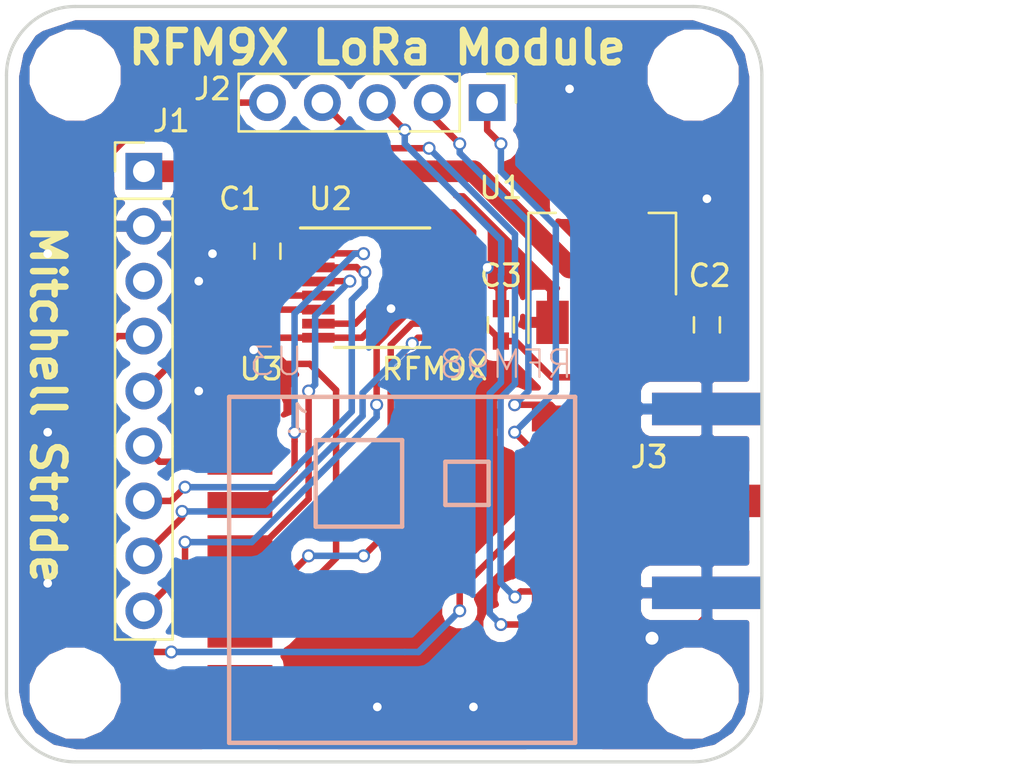
<source format=kicad_pcb>
(kicad_pcb (version 4) (host pcbnew 4.0.7)

  (general
    (links 34)
    (no_connects 17)
    (area 106.377381 74.2 155.210001 113.225)
    (thickness 1.6)
    (drawings 11)
    (tracks 220)
    (zones 0)
    (modules 13)
    (nets 20)
  )

  (page A4)
  (layers
    (0 F.Cu signal)
    (31 B.Cu signal)
    (32 B.Adhes user)
    (33 F.Adhes user)
    (34 B.Paste user)
    (35 F.Paste user)
    (36 B.SilkS user)
    (37 F.SilkS user)
    (38 B.Mask user)
    (39 F.Mask user)
    (40 Dwgs.User user)
    (41 Cmts.User user)
    (42 Eco1.User user)
    (43 Eco2.User user)
    (44 Edge.Cuts user)
    (45 Margin user)
    (46 B.CrtYd user)
    (47 F.CrtYd user)
    (48 B.Fab user)
    (49 F.Fab user hide)
  )

  (setup
    (last_trace_width 0.3)
    (user_trace_width 0.3)
    (user_trace_width 1)
    (trace_clearance 0.2)
    (zone_clearance 0.508)
    (zone_45_only no)
    (trace_min 0.2)
    (segment_width 0.2)
    (edge_width 0.15)
    (via_size 0.6)
    (via_drill 0.4)
    (via_min_size 0.4)
    (via_min_drill 0.3)
    (user_via 1.08 0.6)
    (uvia_size 0.3)
    (uvia_drill 0.1)
    (uvias_allowed no)
    (uvia_min_size 0.2)
    (uvia_min_drill 0.1)
    (pcb_text_width 0.3)
    (pcb_text_size 1.5 1.5)
    (mod_edge_width 0.15)
    (mod_text_size 1 1)
    (mod_text_width 0.15)
    (pad_size 1.524 1.524)
    (pad_drill 0.762)
    (pad_to_mask_clearance 0.2)
    (aux_axis_origin 0 0)
    (visible_elements FFFFEF7F)
    (pcbplotparams
      (layerselection 0x010e0_80000001)
      (usegerberextensions false)
      (excludeedgelayer true)
      (linewidth 0.100000)
      (plotframeref false)
      (viasonmask false)
      (mode 1)
      (useauxorigin false)
      (hpglpennumber 1)
      (hpglpenspeed 20)
      (hpglpendiameter 15)
      (hpglpenoverlay 2)
      (psnegative false)
      (psa4output false)
      (plotreference true)
      (plotvalue true)
      (plotinvisibletext false)
      (padsonsilk false)
      (subtractmaskfromsilk false)
      (outputformat 1)
      (mirror false)
      (drillshape 0)
      (scaleselection 1)
      (outputdirectory Gerbers/))
  )

  (net 0 "")
  (net 1 GND)
  (net 2 +3V3)
  (net 3 +5V)
  (net 4 /DIO0)
  (net 5 /SCK_5V)
  (net 6 /MISO_3V3)
  (net 7 /MOSI_5V)
  (net 8 /CS_5V)
  (net 9 /RST_5V)
  (net 10 /DIO1)
  (net 11 /DIO2)
  (net 12 /DIO3)
  (net 13 /DIO4)
  (net 14 /DIO5)
  (net 15 "Net-(J3-Pad1)")
  (net 16 /MOSI_3V3)
  (net 17 /SCK_3V3)
  (net 18 /RST_3V3)
  (net 19 /CS_3V3)

  (net_class Default "This is the default net class."
    (clearance 0.2)
    (trace_width 0.25)
    (via_dia 0.6)
    (via_drill 0.4)
    (uvia_dia 0.3)
    (uvia_drill 0.1)
    (add_net +3V3)
    (add_net +5V)
    (add_net /CS_3V3)
    (add_net /CS_5V)
    (add_net /DIO0)
    (add_net /DIO1)
    (add_net /DIO2)
    (add_net /DIO3)
    (add_net /DIO4)
    (add_net /DIO5)
    (add_net /MISO_3V3)
    (add_net /MOSI_3V3)
    (add_net /MOSI_5V)
    (add_net /RST_3V3)
    (add_net /RST_5V)
    (add_net /SCK_3V3)
    (add_net /SCK_5V)
    (add_net GND)
    (add_net "Net-(J3-Pad1)")
  )

  (module Capacitors_SMD:C_0603 (layer F.Cu) (tedit 59958EE7) (tstamp 5AF2982E)
    (at 120.015 87.515 270)
    (descr "Capacitor SMD 0603, reflow soldering, AVX (see smccp.pdf)")
    (tags "capacitor 0603")
    (path /5AF0F9C6)
    (attr smd)
    (fp_text reference C1 (at -2.425 1.27 360) (layer F.SilkS)
      (effects (font (size 1 1) (thickness 0.15)))
    )
    (fp_text value 0.1uF (at 0 1.5 270) (layer F.Fab)
      (effects (font (size 1 1) (thickness 0.15)))
    )
    (fp_line (start 1.4 0.65) (end -1.4 0.65) (layer F.CrtYd) (width 0.05))
    (fp_line (start 1.4 0.65) (end 1.4 -0.65) (layer F.CrtYd) (width 0.05))
    (fp_line (start -1.4 -0.65) (end -1.4 0.65) (layer F.CrtYd) (width 0.05))
    (fp_line (start -1.4 -0.65) (end 1.4 -0.65) (layer F.CrtYd) (width 0.05))
    (fp_line (start 0.35 0.6) (end -0.35 0.6) (layer F.SilkS) (width 0.12))
    (fp_line (start -0.35 -0.6) (end 0.35 -0.6) (layer F.SilkS) (width 0.12))
    (fp_line (start -0.8 -0.4) (end 0.8 -0.4) (layer F.Fab) (width 0.1))
    (fp_line (start 0.8 -0.4) (end 0.8 0.4) (layer F.Fab) (width 0.1))
    (fp_line (start 0.8 0.4) (end -0.8 0.4) (layer F.Fab) (width 0.1))
    (fp_line (start -0.8 0.4) (end -0.8 -0.4) (layer F.Fab) (width 0.1))
    (fp_text user %R (at 0 0 270) (layer F.Fab)
      (effects (font (size 0.3 0.3) (thickness 0.075)))
    )
    (pad 2 smd rect (at 0.75 0 270) (size 0.8 0.75) (layers F.Cu F.Paste F.Mask)
      (net 1 GND))
    (pad 1 smd rect (at -0.75 0 270) (size 0.8 0.75) (layers F.Cu F.Paste F.Mask)
      (net 2 +3V3))
    (model Capacitors_SMD.3dshapes/C_0603.wrl
      (at (xyz 0 0 0))
      (scale (xyz 1 1 1))
      (rotate (xyz 0 0 0))
    )
  )

  (module Capacitors_SMD:C_0603 (layer F.Cu) (tedit 59958EE7) (tstamp 5AF2983F)
    (at 140.335 90.92 90)
    (descr "Capacitor SMD 0603, reflow soldering, AVX (see smccp.pdf)")
    (tags "capacitor 0603")
    (path /5AF0F77B)
    (attr smd)
    (fp_text reference C2 (at 2.274 0.127 180) (layer F.SilkS)
      (effects (font (size 1 1) (thickness 0.15)))
    )
    (fp_text value 1uF (at 0 1.5 90) (layer F.Fab)
      (effects (font (size 1 1) (thickness 0.15)))
    )
    (fp_line (start 1.4 0.65) (end -1.4 0.65) (layer F.CrtYd) (width 0.05))
    (fp_line (start 1.4 0.65) (end 1.4 -0.65) (layer F.CrtYd) (width 0.05))
    (fp_line (start -1.4 -0.65) (end -1.4 0.65) (layer F.CrtYd) (width 0.05))
    (fp_line (start -1.4 -0.65) (end 1.4 -0.65) (layer F.CrtYd) (width 0.05))
    (fp_line (start 0.35 0.6) (end -0.35 0.6) (layer F.SilkS) (width 0.12))
    (fp_line (start -0.35 -0.6) (end 0.35 -0.6) (layer F.SilkS) (width 0.12))
    (fp_line (start -0.8 -0.4) (end 0.8 -0.4) (layer F.Fab) (width 0.1))
    (fp_line (start 0.8 -0.4) (end 0.8 0.4) (layer F.Fab) (width 0.1))
    (fp_line (start 0.8 0.4) (end -0.8 0.4) (layer F.Fab) (width 0.1))
    (fp_line (start -0.8 0.4) (end -0.8 -0.4) (layer F.Fab) (width 0.1))
    (fp_text user %R (at 0 0 90) (layer F.Fab)
      (effects (font (size 0.3 0.3) (thickness 0.075)))
    )
    (pad 2 smd rect (at 0.75 0 90) (size 0.8 0.75) (layers F.Cu F.Paste F.Mask)
      (net 1 GND))
    (pad 1 smd rect (at -0.75 0 90) (size 0.8 0.75) (layers F.Cu F.Paste F.Mask)
      (net 3 +5V))
    (model Capacitors_SMD.3dshapes/C_0603.wrl
      (at (xyz 0 0 0))
      (scale (xyz 1 1 1))
      (rotate (xyz 0 0 0))
    )
  )

  (module Capacitors_SMD:C_0603 (layer F.Cu) (tedit 59958EE7) (tstamp 5AF29850)
    (at 130.81 90.92 90)
    (descr "Capacitor SMD 0603, reflow soldering, AVX (see smccp.pdf)")
    (tags "capacitor 0603")
    (path /5AF0F72D)
    (attr smd)
    (fp_text reference C3 (at 2.274 0 180) (layer F.SilkS)
      (effects (font (size 1 1) (thickness 0.15)))
    )
    (fp_text value 1uF (at 0 1.5 90) (layer F.Fab)
      (effects (font (size 1 1) (thickness 0.15)))
    )
    (fp_line (start 1.4 0.65) (end -1.4 0.65) (layer F.CrtYd) (width 0.05))
    (fp_line (start 1.4 0.65) (end 1.4 -0.65) (layer F.CrtYd) (width 0.05))
    (fp_line (start -1.4 -0.65) (end -1.4 0.65) (layer F.CrtYd) (width 0.05))
    (fp_line (start -1.4 -0.65) (end 1.4 -0.65) (layer F.CrtYd) (width 0.05))
    (fp_line (start 0.35 0.6) (end -0.35 0.6) (layer F.SilkS) (width 0.12))
    (fp_line (start -0.35 -0.6) (end 0.35 -0.6) (layer F.SilkS) (width 0.12))
    (fp_line (start -0.8 -0.4) (end 0.8 -0.4) (layer F.Fab) (width 0.1))
    (fp_line (start 0.8 -0.4) (end 0.8 0.4) (layer F.Fab) (width 0.1))
    (fp_line (start 0.8 0.4) (end -0.8 0.4) (layer F.Fab) (width 0.1))
    (fp_line (start -0.8 0.4) (end -0.8 -0.4) (layer F.Fab) (width 0.1))
    (fp_text user %R (at 0 0 90) (layer F.Fab)
      (effects (font (size 0.3 0.3) (thickness 0.075)))
    )
    (pad 2 smd rect (at 0.75 0 90) (size 0.8 0.75) (layers F.Cu F.Paste F.Mask)
      (net 1 GND))
    (pad 1 smd rect (at -0.75 0 90) (size 0.8 0.75) (layers F.Cu F.Paste F.Mask)
      (net 2 +3V3))
    (model Capacitors_SMD.3dshapes/C_0603.wrl
      (at (xyz 0 0 0))
      (scale (xyz 1 1 1))
      (rotate (xyz 0 0 0))
    )
  )

  (module Pin_Headers:Pin_Header_Straight_1x09_Pitch2.54mm (layer F.Cu) (tedit 59650532) (tstamp 5AF2986D)
    (at 114.3 83.82)
    (descr "Through hole straight pin header, 1x09, 2.54mm pitch, single row")
    (tags "Through hole pin header THT 1x09 2.54mm single row")
    (path /5AF1060C)
    (fp_text reference J1 (at 1.27 -2.33) (layer F.SilkS)
      (effects (font (size 1 1) (thickness 0.15)))
    )
    (fp_text value Conn_01x09 (at 0 22.65) (layer F.Fab)
      (effects (font (size 1 1) (thickness 0.15)))
    )
    (fp_line (start -0.635 -1.27) (end 1.27 -1.27) (layer F.Fab) (width 0.1))
    (fp_line (start 1.27 -1.27) (end 1.27 21.59) (layer F.Fab) (width 0.1))
    (fp_line (start 1.27 21.59) (end -1.27 21.59) (layer F.Fab) (width 0.1))
    (fp_line (start -1.27 21.59) (end -1.27 -0.635) (layer F.Fab) (width 0.1))
    (fp_line (start -1.27 -0.635) (end -0.635 -1.27) (layer F.Fab) (width 0.1))
    (fp_line (start -1.33 21.65) (end 1.33 21.65) (layer F.SilkS) (width 0.12))
    (fp_line (start -1.33 1.27) (end -1.33 21.65) (layer F.SilkS) (width 0.12))
    (fp_line (start 1.33 1.27) (end 1.33 21.65) (layer F.SilkS) (width 0.12))
    (fp_line (start -1.33 1.27) (end 1.33 1.27) (layer F.SilkS) (width 0.12))
    (fp_line (start -1.33 0) (end -1.33 -1.33) (layer F.SilkS) (width 0.12))
    (fp_line (start -1.33 -1.33) (end 0 -1.33) (layer F.SilkS) (width 0.12))
    (fp_line (start -1.8 -1.8) (end -1.8 22.1) (layer F.CrtYd) (width 0.05))
    (fp_line (start -1.8 22.1) (end 1.8 22.1) (layer F.CrtYd) (width 0.05))
    (fp_line (start 1.8 22.1) (end 1.8 -1.8) (layer F.CrtYd) (width 0.05))
    (fp_line (start 1.8 -1.8) (end -1.8 -1.8) (layer F.CrtYd) (width 0.05))
    (fp_text user %R (at 0 10.16 90) (layer F.Fab)
      (effects (font (size 1 1) (thickness 0.15)))
    )
    (pad 1 thru_hole rect (at 0 0) (size 1.7 1.7) (drill 1) (layers *.Cu *.Mask)
      (net 3 +5V))
    (pad 2 thru_hole oval (at 0 2.54) (size 1.7 1.7) (drill 1) (layers *.Cu *.Mask)
      (net 1 GND))
    (pad 3 thru_hole oval (at 0 5.08) (size 1.7 1.7) (drill 1) (layers *.Cu *.Mask))
    (pad 4 thru_hole oval (at 0 7.62) (size 1.7 1.7) (drill 1) (layers *.Cu *.Mask)
      (net 4 /DIO0))
    (pad 5 thru_hole oval (at 0 10.16) (size 1.7 1.7) (drill 1) (layers *.Cu *.Mask)
      (net 5 /SCK_5V))
    (pad 6 thru_hole oval (at 0 12.7) (size 1.7 1.7) (drill 1) (layers *.Cu *.Mask)
      (net 6 /MISO_3V3))
    (pad 7 thru_hole oval (at 0 15.24) (size 1.7 1.7) (drill 1) (layers *.Cu *.Mask)
      (net 7 /MOSI_5V))
    (pad 8 thru_hole oval (at 0 17.78) (size 1.7 1.7) (drill 1) (layers *.Cu *.Mask)
      (net 8 /CS_5V))
    (pad 9 thru_hole oval (at 0 20.32) (size 1.7 1.7) (drill 1) (layers *.Cu *.Mask)
      (net 9 /RST_5V))
    (model ${KISYS3DMOD}/Pin_Headers.3dshapes/Pin_Header_Straight_1x09_Pitch2.54mm.wrl
      (at (xyz 0 0 0))
      (scale (xyz 1 1 1))
      (rotate (xyz 0 0 0))
    )
  )

  (module Pin_Headers:Pin_Header_Straight_1x05_Pitch2.54mm (layer F.Cu) (tedit 59650532) (tstamp 5AF29886)
    (at 130.175 80.645 270)
    (descr "Through hole straight pin header, 1x05, 2.54mm pitch, single row")
    (tags "Through hole pin header THT 1x05 2.54mm single row")
    (path /5AF11055)
    (fp_text reference J2 (at -0.635 12.7 360) (layer F.SilkS)
      (effects (font (size 1 1) (thickness 0.15)))
    )
    (fp_text value Conn_01x05 (at 0 12.49 270) (layer F.Fab)
      (effects (font (size 1 1) (thickness 0.15)))
    )
    (fp_line (start -0.635 -1.27) (end 1.27 -1.27) (layer F.Fab) (width 0.1))
    (fp_line (start 1.27 -1.27) (end 1.27 11.43) (layer F.Fab) (width 0.1))
    (fp_line (start 1.27 11.43) (end -1.27 11.43) (layer F.Fab) (width 0.1))
    (fp_line (start -1.27 11.43) (end -1.27 -0.635) (layer F.Fab) (width 0.1))
    (fp_line (start -1.27 -0.635) (end -0.635 -1.27) (layer F.Fab) (width 0.1))
    (fp_line (start -1.33 11.49) (end 1.33 11.49) (layer F.SilkS) (width 0.12))
    (fp_line (start -1.33 1.27) (end -1.33 11.49) (layer F.SilkS) (width 0.12))
    (fp_line (start 1.33 1.27) (end 1.33 11.49) (layer F.SilkS) (width 0.12))
    (fp_line (start -1.33 1.27) (end 1.33 1.27) (layer F.SilkS) (width 0.12))
    (fp_line (start -1.33 0) (end -1.33 -1.33) (layer F.SilkS) (width 0.12))
    (fp_line (start -1.33 -1.33) (end 0 -1.33) (layer F.SilkS) (width 0.12))
    (fp_line (start -1.8 -1.8) (end -1.8 11.95) (layer F.CrtYd) (width 0.05))
    (fp_line (start -1.8 11.95) (end 1.8 11.95) (layer F.CrtYd) (width 0.05))
    (fp_line (start 1.8 11.95) (end 1.8 -1.8) (layer F.CrtYd) (width 0.05))
    (fp_line (start 1.8 -1.8) (end -1.8 -1.8) (layer F.CrtYd) (width 0.05))
    (fp_text user %R (at 0 5.08 360) (layer F.Fab)
      (effects (font (size 1 1) (thickness 0.15)))
    )
    (pad 1 thru_hole rect (at 0 0 270) (size 1.7 1.7) (drill 1) (layers *.Cu *.Mask)
      (net 10 /DIO1))
    (pad 2 thru_hole oval (at 0 2.54 270) (size 1.7 1.7) (drill 1) (layers *.Cu *.Mask)
      (net 11 /DIO2))
    (pad 3 thru_hole oval (at 0 5.08 270) (size 1.7 1.7) (drill 1) (layers *.Cu *.Mask)
      (net 12 /DIO3))
    (pad 4 thru_hole oval (at 0 7.62 270) (size 1.7 1.7) (drill 1) (layers *.Cu *.Mask)
      (net 13 /DIO4))
    (pad 5 thru_hole oval (at 0 10.16 270) (size 1.7 1.7) (drill 1) (layers *.Cu *.Mask)
      (net 14 /DIO5))
    (model ${KISYS3DMOD}/Pin_Headers.3dshapes/Pin_Header_Straight_1x05_Pitch2.54mm.wrl
      (at (xyz 0 0 0))
      (scale (xyz 1 1 1))
      (rotate (xyz 0 0 0))
    )
  )

  (module Connectors_Amphenol:Amphenol_RF_SMA_132289 (layer F.Cu) (tedit 59980F85) (tstamp 5AF298B4)
    (at 140.335 99.06)
    (descr http://www.amphenolrf.com/132289.html)
    (tags SMA)
    (path /5AF1034F)
    (attr smd)
    (fp_text reference J3 (at -2.667 -2.032) (layer F.SilkS)
      (effects (font (size 1 1) (thickness 0.15)))
    )
    (fp_text value Conn_Coaxial (at 5.715 1.27) (layer F.Fab)
      (effects (font (size 1 1) (thickness 0.15)))
    )
    (fp_text user %R (at 5.08 -1.27) (layer F.Fab)
      (effects (font (size 1 1) (thickness 0.15)))
    )
    (fp_line (start -2.54 5.08) (end -2.54 -5.08) (layer F.Fab) (width 0.12))
    (fp_line (start 13.97 5.08) (end -2.54 5.08) (layer F.Fab) (width 0.12))
    (fp_line (start 13.97 -5.08) (end 13.97 5.08) (layer F.Fab) (width 0.12))
    (fp_line (start -2.54 -5.08) (end 13.97 -5.08) (layer F.Fab) (width 0.12))
    (fp_line (start 14.65 -6.35) (end -3.2 -6.35) (layer F.CrtYd) (width 0.05))
    (fp_line (start 14.65 -6.35) (end 14.65 6.35) (layer F.CrtYd) (width 0.05))
    (fp_line (start 14.65 6.35) (end -3.2 6.35) (layer F.CrtYd) (width 0.05))
    (fp_line (start -3.2 6.35) (end -3.2 -6.35) (layer F.CrtYd) (width 0.05))
    (fp_line (start 5.08 3.81) (end 5.08 -3.81) (layer Dwgs.User) (width 0.15))
    (fp_line (start 5.715 -3.81) (end 5.715 3.81) (layer Dwgs.User) (width 0.15))
    (fp_line (start 6.35 -3.81) (end 6.35 3.81) (layer Dwgs.User) (width 0.15))
    (fp_line (start 6.985 -3.81) (end 6.985 3.81) (layer Dwgs.User) (width 0.15))
    (fp_line (start 7.62 -3.81) (end 7.62 3.81) (layer Dwgs.User) (width 0.15))
    (fp_line (start 8.255 3.81) (end 8.255 -3.81) (layer Dwgs.User) (width 0.15))
    (fp_line (start 8.89 -3.81) (end 8.89 3.81) (layer Dwgs.User) (width 0.15))
    (fp_line (start 9.525 3.81) (end 9.525 -3.81) (layer Dwgs.User) (width 0.15))
    (fp_line (start 10.16 -3.81) (end 10.16 3.81) (layer Dwgs.User) (width 0.15))
    (fp_line (start 10.795 3.81) (end 10.795 -3.81) (layer Dwgs.User) (width 0.15))
    (fp_line (start 11.43 -3.81) (end 11.43 3.81) (layer Dwgs.User) (width 0.15))
    (fp_line (start 12.065 3.81) (end 12.065 -3.81) (layer Dwgs.User) (width 0.15))
    (fp_line (start 12.7 -3.81) (end 12.7 3.81) (layer Dwgs.User) (width 0.15))
    (fp_line (start 4.445 -3.81) (end 13.97 -3.81) (layer Dwgs.User) (width 0.15))
    (fp_line (start 13.97 -3.81) (end 13.97 3.81) (layer Dwgs.User) (width 0.15))
    (fp_line (start 13.97 3.81) (end 4.445 3.81) (layer Dwgs.User) (width 0.15))
    (fp_line (start 4.445 5.08) (end 4.445 3.81) (layer Dwgs.User) (width 0.15))
    (fp_line (start 4.445 -3.81) (end 4.445 -5.08) (layer Dwgs.User) (width 0.15))
    (fp_line (start 2.54 -5.08) (end 4.445 -5.08) (layer Dwgs.User) (width 0.15))
    (fp_line (start 2.54 -5.08) (end -1.905 -5.08) (layer Dwgs.User) (width 0.15))
    (fp_line (start -1.905 -5.08) (end -1.905 -3.81) (layer Dwgs.User) (width 0.15))
    (fp_line (start -1.905 -3.81) (end 2.54 -3.81) (layer Dwgs.User) (width 0.15))
    (fp_line (start 2.54 -3.81) (end 2.54 -0.635) (layer Dwgs.User) (width 0.15))
    (fp_line (start 2.54 -0.635) (end 2.54 3.81) (layer Dwgs.User) (width 0.15))
    (fp_line (start 2.54 3.81) (end -1.905 3.81) (layer Dwgs.User) (width 0.15))
    (fp_line (start -1.905 3.81) (end -1.905 5.08) (layer Dwgs.User) (width 0.15))
    (fp_line (start -1.905 5.08) (end 2.54 5.08) (layer Dwgs.User) (width 0.15))
    (fp_line (start 2.54 5.08) (end 4.445 5.08) (layer Dwgs.User) (width 0.15))
    (pad 2 smd rect (at 0 4.25 90) (size 1.5 5.08) (layers B.Cu B.Paste B.Mask)
      (net 1 GND))
    (pad 2 smd rect (at 0 -4.25 90) (size 1.5 5.08) (layers B.Cu B.Paste B.Mask)
      (net 1 GND))
    (pad 2 smd rect (at 0 4.25 90) (size 1.5 5.08) (layers F.Cu F.Paste F.Mask)
      (net 1 GND))
    (pad 2 smd rect (at 0 -4.25 90) (size 1.5 5.08) (layers F.Cu F.Paste F.Mask)
      (net 1 GND))
    (pad 1 smd rect (at 0 0 90) (size 1.5 5.08) (layers F.Cu F.Paste F.Mask)
      (net 15 "Net-(J3-Pad1)"))
    (model ${KISYS3DMOD}/Connectors_Amphenol.3dshapes/Amphenol_RF_SMA_132289.wrl
      (at (xyz 0 0 0))
      (scale (xyz 1 1 1))
      (rotate (xyz 0 0 0))
    )
  )

  (module TO_SOT_Packages_SMD:SOT-223 (layer F.Cu) (tedit 58CE4E7E) (tstamp 5AF298CA)
    (at 135.495 87.655 90)
    (descr "module CMS SOT223 4 pins")
    (tags "CMS SOT")
    (path /5AF0F685)
    (attr smd)
    (fp_text reference U1 (at 3.073 -4.685 180) (layer F.SilkS)
      (effects (font (size 1 1) (thickness 0.15)))
    )
    (fp_text value AZ1117-3.3 (at 0 4.5 90) (layer F.Fab)
      (effects (font (size 1 1) (thickness 0.15)))
    )
    (fp_text user %R (at 0 0 180) (layer F.Fab)
      (effects (font (size 0.8 0.8) (thickness 0.12)))
    )
    (fp_line (start -1.85 -2.3) (end -0.8 -3.35) (layer F.Fab) (width 0.1))
    (fp_line (start 1.91 3.41) (end 1.91 2.15) (layer F.SilkS) (width 0.12))
    (fp_line (start 1.91 -3.41) (end 1.91 -2.15) (layer F.SilkS) (width 0.12))
    (fp_line (start 4.4 -3.6) (end -4.4 -3.6) (layer F.CrtYd) (width 0.05))
    (fp_line (start 4.4 3.6) (end 4.4 -3.6) (layer F.CrtYd) (width 0.05))
    (fp_line (start -4.4 3.6) (end 4.4 3.6) (layer F.CrtYd) (width 0.05))
    (fp_line (start -4.4 -3.6) (end -4.4 3.6) (layer F.CrtYd) (width 0.05))
    (fp_line (start -1.85 -2.3) (end -1.85 3.35) (layer F.Fab) (width 0.1))
    (fp_line (start -1.85 3.41) (end 1.91 3.41) (layer F.SilkS) (width 0.12))
    (fp_line (start -0.8 -3.35) (end 1.85 -3.35) (layer F.Fab) (width 0.1))
    (fp_line (start -4.1 -3.41) (end 1.91 -3.41) (layer F.SilkS) (width 0.12))
    (fp_line (start -1.85 3.35) (end 1.85 3.35) (layer F.Fab) (width 0.1))
    (fp_line (start 1.85 -3.35) (end 1.85 3.35) (layer F.Fab) (width 0.1))
    (pad 4 smd rect (at 3.15 0 90) (size 2 3.8) (layers F.Cu F.Paste F.Mask))
    (pad 2 smd rect (at -3.15 0 90) (size 2 1.5) (layers F.Cu F.Paste F.Mask)
      (net 2 +3V3))
    (pad 3 smd rect (at -3.15 2.3 90) (size 2 1.5) (layers F.Cu F.Paste F.Mask)
      (net 3 +5V))
    (pad 1 smd rect (at -3.15 -2.3 90) (size 2 1.5) (layers F.Cu F.Paste F.Mask)
      (net 1 GND))
    (model ${KISYS3DMOD}/TO_SOT_Packages_SMD.3dshapes/SOT-223.wrl
      (at (xyz 0 0 0))
      (scale (xyz 1 1 1))
      (rotate (xyz 0 0 0))
    )
  )

  (module Housings_SSOP:TSSOP-16_4.4x5mm_Pitch0.65mm (layer F.Cu) (tedit 54130A77) (tstamp 5AF298EA)
    (at 125.32 89.24)
    (descr "16-Lead Plastic Thin Shrink Small Outline (ST)-4.4 mm Body [TSSOP] (see Microchip Packaging Specification 00000049BS.pdf)")
    (tags "SSOP 0.65")
    (path /5AF0F2D1)
    (attr smd)
    (fp_text reference U2 (at -2.384 -4.15) (layer F.SilkS)
      (effects (font (size 1 1) (thickness 0.15)))
    )
    (fp_text value 74HC4050D (at 0 3.55) (layer F.Fab)
      (effects (font (size 1 1) (thickness 0.15)))
    )
    (fp_line (start -1.2 -2.5) (end 2.2 -2.5) (layer F.Fab) (width 0.15))
    (fp_line (start 2.2 -2.5) (end 2.2 2.5) (layer F.Fab) (width 0.15))
    (fp_line (start 2.2 2.5) (end -2.2 2.5) (layer F.Fab) (width 0.15))
    (fp_line (start -2.2 2.5) (end -2.2 -1.5) (layer F.Fab) (width 0.15))
    (fp_line (start -2.2 -1.5) (end -1.2 -2.5) (layer F.Fab) (width 0.15))
    (fp_line (start -3.95 -2.9) (end -3.95 2.8) (layer F.CrtYd) (width 0.05))
    (fp_line (start 3.95 -2.9) (end 3.95 2.8) (layer F.CrtYd) (width 0.05))
    (fp_line (start -3.95 -2.9) (end 3.95 -2.9) (layer F.CrtYd) (width 0.05))
    (fp_line (start -3.95 2.8) (end 3.95 2.8) (layer F.CrtYd) (width 0.05))
    (fp_line (start -2.2 2.725) (end 2.2 2.725) (layer F.SilkS) (width 0.15))
    (fp_line (start -3.775 -2.8) (end 2.2 -2.8) (layer F.SilkS) (width 0.15))
    (fp_text user %R (at 0 0) (layer F.Fab)
      (effects (font (size 0.8 0.8) (thickness 0.15)))
    )
    (pad 1 smd rect (at -2.95 -2.275) (size 1.5 0.45) (layers F.Cu F.Paste F.Mask)
      (net 2 +3V3))
    (pad 2 smd rect (at -2.95 -1.625) (size 1.5 0.45) (layers F.Cu F.Paste F.Mask)
      (net 16 /MOSI_3V3))
    (pad 3 smd rect (at -2.95 -0.975) (size 1.5 0.45) (layers F.Cu F.Paste F.Mask)
      (net 7 /MOSI_5V))
    (pad 4 smd rect (at -2.95 -0.325) (size 1.5 0.45) (layers F.Cu F.Paste F.Mask)
      (net 17 /SCK_3V3))
    (pad 5 smd rect (at -2.95 0.325) (size 1.5 0.45) (layers F.Cu F.Paste F.Mask)
      (net 5 /SCK_5V))
    (pad 6 smd rect (at -2.95 0.975) (size 1.5 0.45) (layers F.Cu F.Paste F.Mask)
      (net 18 /RST_3V3))
    (pad 7 smd rect (at -2.95 1.625) (size 1.5 0.45) (layers F.Cu F.Paste F.Mask)
      (net 9 /RST_5V))
    (pad 8 smd rect (at -2.95 2.275) (size 1.5 0.45) (layers F.Cu F.Paste F.Mask)
      (net 1 GND))
    (pad 9 smd rect (at 2.95 2.275) (size 1.5 0.45) (layers F.Cu F.Paste F.Mask)
      (net 8 /CS_5V))
    (pad 10 smd rect (at 2.95 1.625) (size 1.5 0.45) (layers F.Cu F.Paste F.Mask)
      (net 19 /CS_3V3))
    (pad 11 smd rect (at 2.95 0.975) (size 1.5 0.45) (layers F.Cu F.Paste F.Mask))
    (pad 12 smd rect (at 2.95 0.325) (size 1.5 0.45) (layers F.Cu F.Paste F.Mask))
    (pad 13 smd rect (at 2.95 -0.325) (size 1.5 0.45) (layers F.Cu F.Paste F.Mask))
    (pad 14 smd rect (at 2.95 -0.975) (size 1.5 0.45) (layers F.Cu F.Paste F.Mask))
    (pad 15 smd rect (at 2.95 -1.625) (size 1.5 0.45) (layers F.Cu F.Paste F.Mask))
    (pad 16 smd rect (at 2.95 -2.275) (size 1.5 0.45) (layers F.Cu F.Paste F.Mask))
    (model ${KISYS3DMOD}/Housings_SSOP.3dshapes/TSSOP-16_4.4x5mm_Pitch0.65mm.wrl
      (at (xyz 0 0 0))
      (scale (xyz 1 1 1))
      (rotate (xyz 0 0 0))
    )
  )

  (module SparkFun-RF:RFM69HCW-XXXS2 (layer F.Cu) (tedit 200000) (tstamp 5AF2990B)
    (at 126.24308 102.2477)
    (path /5AF0FFFE)
    (attr smd)
    (fp_text reference U3 (at -5.82422 -9.63422) (layer B.SilkS)
      (effects (font (size 1.27 1.27) (thickness 0.1016)) (justify mirror))
    )
    (fp_text value RFM98 (at 4.80705 -9.50402) (layer B.SilkS)
      (effects (font (size 1.27 1.27) (thickness 0.1016)) (justify mirror))
    )
    (fp_line (start -7.99846 -7.99846) (end 7.99846 -7.99846) (layer B.SilkS) (width 0.2032))
    (fp_line (start 7.99846 -7.99846) (end 7.99846 7.99846) (layer B.SilkS) (width 0.2032))
    (fp_line (start 7.99846 7.99846) (end -7.99846 7.99846) (layer B.SilkS) (width 0.2032))
    (fp_line (start -7.99846 7.99846) (end -7.99846 -7.99846) (layer B.SilkS) (width 0.2032))
    (fp_line (start -3.99796 -5.99948) (end -3.99796 -1.99898) (layer B.SilkS) (width 0.2032))
    (fp_line (start -3.99796 -1.99898) (end 0 -1.99898) (layer B.SilkS) (width 0.2032))
    (fp_line (start 0 -1.99898) (end 0 -5.99948) (layer B.SilkS) (width 0.2032))
    (fp_line (start 0 -5.99948) (end -3.99796 -5.99948) (layer B.SilkS) (width 0.2032))
    (fp_line (start 1.99898 -2.99974) (end 1.99898 -4.99872) (layer B.SilkS) (width 0.2032))
    (fp_line (start 3.99796 -4.99872) (end 1.99898 -4.99872) (layer B.SilkS) (width 0.2032))
    (fp_line (start 3.99796 -2.99974) (end 3.99796 -4.99872) (layer B.SilkS) (width 0.2032))
    (fp_line (start 3.99796 -2.99974) (end 1.99898 -2.99974) (layer B.SilkS) (width 0.2032))
    (fp_text user 1 (at -4.84886 -6.985) (layer B.SilkS)
      (effects (font (size 1.27 1.27) (thickness 0.1524)) (justify mirror))
    )
    (pad 1 smd rect (at -7.49808 -6.9977) (size 2.99974 1.19888) (layers F.Cu F.Paste F.Mask)
      (net 1 GND))
    (pad 2 smd rect (at -7.49808 -4.99872) (size 2.99974 1.19888) (layers F.Cu F.Paste F.Mask)
      (net 6 /MISO_3V3))
    (pad 3 smd rect (at -7.49808 -2.99974) (size 2.99974 1.19888) (layers F.Cu F.Paste F.Mask)
      (net 16 /MOSI_3V3))
    (pad 4 smd rect (at -7.49808 -0.99822) (size 2.99974 1.19888) (layers F.Cu F.Paste F.Mask)
      (net 17 /SCK_3V3))
    (pad 5 smd rect (at -7.49808 0.99822) (size 2.99974 1.19888) (layers F.Cu F.Paste F.Mask)
      (net 19 /CS_3V3))
    (pad 6 smd rect (at -7.49808 2.99974) (size 2.99974 1.19888) (layers F.Cu F.Paste F.Mask)
      (net 18 /RST_3V3))
    (pad 7 smd rect (at -7.49808 4.99872) (size 2.99974 1.19888) (layers F.Cu F.Paste F.Mask)
      (net 14 /DIO5))
    (pad 8 smd rect (at -7.49808 6.9977) (size 2.99974 1.19888) (layers F.Cu F.Paste F.Mask)
      (net 1 GND))
    (pad 9 smd rect (at 7.49808 6.9977) (size 2.99974 1.19888) (layers F.Cu F.Paste F.Mask)
      (net 15 "Net-(J3-Pad1)"))
    (pad 10 smd rect (at 7.49808 4.99872) (size 2.99974 1.19888) (layers F.Cu F.Paste F.Mask)
      (net 1 GND))
    (pad 11 smd rect (at 7.49808 2.99974) (size 2.99974 1.19888) (layers F.Cu F.Paste F.Mask)
      (net 12 /DIO3))
    (pad 12 smd rect (at 7.49808 0.99822) (size 2.99974 1.19888) (layers F.Cu F.Paste F.Mask)
      (net 13 /DIO4))
    (pad 13 smd rect (at 7.49808 -0.99822) (size 2.99974 1.19888) (layers F.Cu F.Paste F.Mask)
      (net 2 +3V3))
    (pad 14 smd rect (at 7.49808 -2.99974) (size 2.99974 1.19888) (layers F.Cu F.Paste F.Mask)
      (net 4 /DIO0))
    (pad 15 smd rect (at 7.49808 -4.99872) (size 2.99974 1.19888) (layers F.Cu F.Paste F.Mask)
      (net 10 /DIO1))
    (pad 16 smd rect (at 7.49808 -6.9977) (size 2.99974 1.19888) (layers F.Cu F.Paste F.Mask)
      (net 11 /DIO2))
  )

  (module Mounting_Holes:MountingHole_3.2mm_M3 (layer F.Cu) (tedit 5AF108EC) (tstamp 5AF2A002)
    (at 111.125 107.95)
    (descr "Mounting Hole 3.2mm, no annular, M3")
    (tags "mounting hole 3.2mm no annular m3")
    (path /5AF11C5C)
    (attr virtual)
    (fp_text reference J4 (at 0 -4.2) (layer F.SilkS) hide
      (effects (font (size 1 1) (thickness 0.15)))
    )
    (fp_text value Conn_01x01 (at 0 4.2) (layer F.Fab)
      (effects (font (size 1 1) (thickness 0.15)))
    )
    (fp_text user %R (at 0.3 0) (layer F.Fab)
      (effects (font (size 1 1) (thickness 0.15)))
    )
    (fp_circle (center 0 0) (end 3.2 0) (layer Cmts.User) (width 0.15))
    (fp_circle (center 0 0) (end 3.45 0) (layer F.CrtYd) (width 0.05))
    (pad 1 np_thru_hole circle (at 0 0) (size 3.2 3.2) (drill 3.2) (layers *.Cu *.Mask))
  )

  (module Mounting_Holes:MountingHole_3.2mm_M3 (layer F.Cu) (tedit 5AF108E7) (tstamp 5AF2A00A)
    (at 139.7 107.95)
    (descr "Mounting Hole 3.2mm, no annular, M3")
    (tags "mounting hole 3.2mm no annular m3")
    (path /5AF11E31)
    (attr virtual)
    (fp_text reference J5 (at 0 -4.2) (layer F.SilkS) hide
      (effects (font (size 1 1) (thickness 0.15)))
    )
    (fp_text value Conn_01x01 (at 0 4.2) (layer F.Fab)
      (effects (font (size 1 1) (thickness 0.15)))
    )
    (fp_text user %R (at 0.3 0) (layer F.Fab)
      (effects (font (size 1 1) (thickness 0.15)))
    )
    (fp_circle (center 0 0) (end 3.2 0) (layer Cmts.User) (width 0.15))
    (fp_circle (center 0 0) (end 3.45 0) (layer F.CrtYd) (width 0.05))
    (pad 1 np_thru_hole circle (at 0 0) (size 3.2 3.2) (drill 3.2) (layers *.Cu *.Mask))
  )

  (module Mounting_Holes:MountingHole_3.2mm_M3 (layer F.Cu) (tedit 5AF108EF) (tstamp 5AF2A012)
    (at 111.125 79.375)
    (descr "Mounting Hole 3.2mm, no annular, M3")
    (tags "mounting hole 3.2mm no annular m3")
    (path /5AF11EE7)
    (attr virtual)
    (fp_text reference J6 (at 0 -4.2) (layer F.SilkS) hide
      (effects (font (size 1 1) (thickness 0.15)))
    )
    (fp_text value Conn_01x01 (at 0 4.2) (layer F.Fab)
      (effects (font (size 1 1) (thickness 0.15)))
    )
    (fp_text user %R (at 0.3 0) (layer F.Fab)
      (effects (font (size 1 1) (thickness 0.15)))
    )
    (fp_circle (center 0 0) (end 3.2 0) (layer Cmts.User) (width 0.15))
    (fp_circle (center 0 0) (end 3.45 0) (layer F.CrtYd) (width 0.05))
    (pad 1 np_thru_hole circle (at 0 0) (size 3.2 3.2) (drill 3.2) (layers *.Cu *.Mask))
  )

  (module Mounting_Holes:MountingHole_3.2mm_M3 (layer F.Cu) (tedit 5AF108F2) (tstamp 5AF2A01A)
    (at 139.7 79.375)
    (descr "Mounting Hole 3.2mm, no annular, M3")
    (tags "mounting hole 3.2mm no annular m3")
    (path /5AF11EED)
    (attr virtual)
    (fp_text reference J7 (at 0 -4.2) (layer F.SilkS) hide
      (effects (font (size 1 1) (thickness 0.15)))
    )
    (fp_text value Conn_01x01 (at 0 4.2) (layer F.Fab)
      (effects (font (size 1 1) (thickness 0.15)))
    )
    (fp_text user %R (at 0.3 0) (layer F.Fab)
      (effects (font (size 1 1) (thickness 0.15)))
    )
    (fp_circle (center 0 0) (end 3.2 0) (layer Cmts.User) (width 0.15))
    (fp_circle (center 0 0) (end 3.45 0) (layer F.CrtYd) (width 0.05))
    (pad 1 np_thru_hole circle (at 0 0) (size 3.2 3.2) (drill 3.2) (layers *.Cu *.Mask))
  )

  (gr_text "U3      RFM9X" (at 124.46 92.964) (layer F.SilkS)
    (effects (font (size 1 1) (thickness 0.15)))
  )
  (gr_text "Mitchell Stride" (at 109.855 94.615 270) (layer F.SilkS)
    (effects (font (size 1.5 1.5) (thickness 0.3)))
  )
  (gr_text "RFM9X LoRa Module" (at 125.095 78.105) (layer F.SilkS)
    (effects (font (size 1.5 1.5) (thickness 0.3)))
  )
  (gr_line (start 142.875 107.95) (end 142.875 79.375) (layer Edge.Cuts) (width 0.15))
  (gr_line (start 111.125 111.125) (end 139.7 111.125) (layer Edge.Cuts) (width 0.15))
  (gr_line (start 107.95 79.375) (end 107.95 107.95) (layer Edge.Cuts) (width 0.15))
  (gr_line (start 139.7 76.2) (end 111.125 76.2) (layer Edge.Cuts) (width 0.15))
  (gr_arc (start 111.125 107.95) (end 111.125 111.125) (angle 90) (layer Edge.Cuts) (width 0.15))
  (gr_arc (start 139.7 107.95) (end 142.875 107.95) (angle 90) (layer Edge.Cuts) (width 0.15))
  (gr_arc (start 139.7 79.375) (end 139.7 76.2) (angle 90) (layer Edge.Cuts) (width 0.15))
  (gr_arc (start 111.125 79.375) (end 107.95 79.375) (angle 90) (layer Edge.Cuts) (width 0.15))

  (via (at 109.855 102.87) (size 0.6) (drill 0.4) (layers F.Cu B.Cu) (net 0))
  (via (at 109.855 87.63) (size 0.6) (drill 0.4) (layers F.Cu B.Cu) (net 0))
  (via (at 109.855 95.885) (size 0.6) (drill 0.4) (layers F.Cu B.Cu) (net 0))
  (via (at 140.335 85.09) (size 0.6) (drill 0.4) (layers F.Cu B.Cu) (net 0))
  (via (at 129.54 108.585) (size 0.6) (drill 0.4) (layers F.Cu B.Cu) (net 0))
  (via (at 125.095 108.585) (size 0.6) (drill 0.4) (layers F.Cu B.Cu) (net 0))
  (segment (start 128.27 108.585) (end 125.095 108.585) (width 0.3) (layer F.Cu) (net 0))
  (via (at 133.985 80.01) (size 0.6) (drill 0.4) (layers F.Cu B.Cu) (net 0))
  (via (at 116.84 88.9) (size 0.6) (drill 0.4) (layers F.Cu B.Cu) (net 0))
  (segment (start 116.84 93.98) (end 117.475 93.98) (width 0.3) (layer F.Cu) (net 1))
  (segment (start 117.475 93.98) (end 118.745 95.25) (width 0.3) (layer F.Cu) (net 1))
  (segment (start 119.38 92.075) (end 118.745 92.075) (width 0.3) (layer B.Cu) (net 1))
  (segment (start 118.745 92.075) (end 116.84 93.98) (width 0.3) (layer B.Cu) (net 1))
  (via (at 116.84 93.98) (size 0.6) (drill 0.4) (layers F.Cu B.Cu) (net 1))
  (via (at 119.38 92.075) (size 0.6) (drill 0.4) (layers F.Cu B.Cu) (net 1))
  (segment (start 122.37 91.515) (end 119.94 91.515) (width 0.3) (layer F.Cu) (net 1))
  (segment (start 119.94 91.515) (end 119.38 92.075) (width 0.3) (layer F.Cu) (net 1))
  (segment (start 130.175 88.265) (end 128.27 90.17) (width 0.3) (layer B.Cu) (net 1))
  (segment (start 128.27 90.17) (end 125.73 90.17) (width 0.3) (layer B.Cu) (net 1))
  (segment (start 130.81 90.17) (end 130.81 88.9) (width 0.3) (layer F.Cu) (net 1))
  (segment (start 130.81 88.9) (end 130.175 88.265) (width 0.3) (layer F.Cu) (net 1))
  (via (at 130.175 88.265) (size 0.6) (drill 0.4) (layers F.Cu B.Cu) (net 1))
  (segment (start 122.37 91.515) (end 124.385 91.515) (width 0.3) (layer F.Cu) (net 1))
  (segment (start 124.385 91.515) (end 125.73 90.17) (width 0.3) (layer F.Cu) (net 1))
  (via (at 125.73 90.17) (size 0.6) (drill 0.4) (layers F.Cu B.Cu) (net 1))
  (segment (start 120.015 88.265) (end 118.11 88.265) (width 0.3) (layer F.Cu) (net 1))
  (segment (start 118.11 88.265) (end 117.475 87.63) (width 0.3) (layer F.Cu) (net 1))
  (via (at 117.475 87.63) (size 0.6) (drill 0.4) (layers F.Cu B.Cu) (net 1))
  (segment (start 140.335 103.31) (end 140.335 104.36) (width 0.3) (layer F.Cu) (net 1))
  (segment (start 140.335 104.36) (end 139.285 105.41) (width 0.3) (layer F.Cu) (net 1))
  (segment (start 139.285 105.41) (end 137.795 105.41) (width 0.3) (layer F.Cu) (net 1))
  (via (at 137.795 105.41) (size 1.08) (drill 0.6) (layers F.Cu B.Cu) (net 1))
  (segment (start 129.524998 86.614996) (end 128.635002 85.725) (width 0.3) (layer F.Cu) (net 2))
  (segment (start 129.524998 90.359998) (end 129.524998 86.614996) (width 0.3) (layer F.Cu) (net 2))
  (segment (start 130.81 91.645) (end 129.524998 90.359998) (width 0.3) (layer F.Cu) (net 2))
  (segment (start 122.895 86.965) (end 122.37 86.965) (width 0.3) (layer F.Cu) (net 2))
  (segment (start 130.81 91.67) (end 130.81 91.645) (width 0.3) (layer F.Cu) (net 2))
  (segment (start 128.635002 85.725) (end 124.135 85.725) (width 0.3) (layer F.Cu) (net 2))
  (segment (start 124.135 85.725) (end 122.895 86.965) (width 0.3) (layer F.Cu) (net 2))
  (segment (start 133.74116 101.24948) (end 134.64159 101.24948) (width 0.3) (layer F.Cu) (net 2))
  (segment (start 134.64159 101.24948) (end 135.591031 100.300039) (width 0.3) (layer F.Cu) (net 2))
  (segment (start 135.591031 100.300039) (end 135.591031 92.201031) (width 0.3) (layer F.Cu) (net 2))
  (segment (start 135.591031 92.201031) (end 135.495 92.105) (width 0.3) (layer F.Cu) (net 2))
  (segment (start 135.495 92.105) (end 135.495 90.805) (width 0.3) (layer F.Cu) (net 2))
  (segment (start 122.37 86.965) (end 120.215 86.965) (width 0.3) (layer F.Cu) (net 2))
  (segment (start 120.215 86.965) (end 120.015 86.765) (width 0.3) (layer F.Cu) (net 2))
  (segment (start 134.255 93.345) (end 133.16 93.345) (width 0.3) (layer F.Cu) (net 2))
  (segment (start 133.16 93.345) (end 131.485 91.67) (width 0.3) (layer F.Cu) (net 2))
  (segment (start 131.485 91.67) (end 130.81 91.67) (width 0.3) (layer F.Cu) (net 2))
  (segment (start 135.495 92.105) (end 134.255 93.345) (width 0.3) (layer F.Cu) (net 2))
  (segment (start 137.795 90.805) (end 139.47 90.805) (width 0.3) (layer F.Cu) (net 3))
  (segment (start 139.47 90.805) (end 140.335 91.67) (width 0.3) (layer F.Cu) (net 3))
  (segment (start 114.3 83.82) (end 129.54 83.82) (width 1) (layer F.Cu) (net 3))
  (segment (start 129.54 83.82) (end 133.985 88.265) (width 1) (layer F.Cu) (net 3))
  (segment (start 133.985 88.265) (end 137.16 88.265) (width 1) (layer F.Cu) (net 3))
  (segment (start 137.16 88.265) (end 137.795 88.9) (width 1) (layer F.Cu) (net 3))
  (segment (start 137.795 88.9) (end 137.795 90.805) (width 1) (layer F.Cu) (net 3))
  (segment (start 128.905 104.14) (end 128.905 103.18369) (width 0.3) (layer F.Cu) (net 4))
  (segment (start 128.905 103.18369) (end 132.84073 99.24796) (width 0.3) (layer F.Cu) (net 4))
  (segment (start 132.84073 99.24796) (end 133.74116 99.24796) (width 0.3) (layer F.Cu) (net 4))
  (segment (start 126.365 106.045) (end 127 106.045) (width 0.3) (layer B.Cu) (net 4))
  (segment (start 127 106.045) (end 128.905 104.14) (width 0.3) (layer B.Cu) (net 4))
  (via (at 128.905 104.14) (size 0.6) (drill 0.4) (layers F.Cu B.Cu) (net 4))
  (segment (start 115.57 106.045) (end 126.365 106.045) (width 0.3) (layer B.Cu) (net 4))
  (segment (start 112.395 104.775) (end 113.665 106.045) (width 0.3) (layer F.Cu) (net 4))
  (segment (start 113.665 106.045) (end 115.57 106.045) (width 0.3) (layer F.Cu) (net 4))
  (via (at 115.57 106.045) (size 0.6) (drill 0.4) (layers F.Cu B.Cu) (net 4))
  (segment (start 112.395 92.142919) (end 112.395 104.775) (width 0.3) (layer F.Cu) (net 4))
  (segment (start 114.3 91.44) (end 113.097919 91.44) (width 0.3) (layer F.Cu) (net 4))
  (segment (start 113.097919 91.44) (end 112.395 92.142919) (width 0.3) (layer F.Cu) (net 4))
  (segment (start 114.3 93.98) (end 118.715 89.565) (width 0.3) (layer F.Cu) (net 5))
  (segment (start 118.715 89.565) (end 122.37 89.565) (width 0.3) (layer F.Cu) (net 5))
  (segment (start 118.745 97.24898) (end 115.02898 97.24898) (width 0.3) (layer F.Cu) (net 6))
  (segment (start 115.02898 97.24898) (end 114.3 96.52) (width 0.3) (layer F.Cu) (net 6))
  (segment (start 123.914977 89.772027) (end 124.51962 89.167384) (width 0.3) (layer B.Cu) (net 7))
  (segment (start 123.914977 94.924147) (end 123.914977 89.772027) (width 0.3) (layer B.Cu) (net 7))
  (segment (start 120.414124 98.425) (end 123.914977 94.924147) (width 0.3) (layer B.Cu) (net 7))
  (segment (start 124.51962 89.167384) (end 124.51962 88.913897) (width 0.3) (layer B.Cu) (net 7))
  (segment (start 124.51962 88.913897) (end 124.51962 88.489633) (width 0.3) (layer B.Cu) (net 7))
  (segment (start 116.205 98.425) (end 120.414124 98.425) (width 0.3) (layer B.Cu) (net 7))
  (segment (start 124.376635 88.489633) (end 124.51962 88.489633) (width 0.3) (layer F.Cu) (net 7))
  (segment (start 124.137001 88.249999) (end 124.376635 88.489633) (width 0.3) (layer F.Cu) (net 7))
  (segment (start 123.435001 88.249999) (end 124.137001 88.249999) (width 0.3) (layer F.Cu) (net 7))
  (segment (start 123.42 88.265) (end 123.435001 88.249999) (width 0.3) (layer F.Cu) (net 7))
  (segment (start 122.37 88.265) (end 123.42 88.265) (width 0.3) (layer F.Cu) (net 7))
  (via (at 124.51962 88.489633) (size 0.6) (drill 0.4) (layers F.Cu B.Cu) (net 7))
  (segment (start 114.3 99.06) (end 115.57 99.06) (width 0.3) (layer F.Cu) (net 7))
  (segment (start 115.57 99.06) (end 116.205 98.425) (width 0.3) (layer F.Cu) (net 7))
  (via (at 116.205 98.425) (size 0.6) (drill 0.4) (layers F.Cu B.Cu) (net 7))
  (segment (start 128.27 91.515) (end 126.97338 91.515) (width 0.3) (layer F.Cu) (net 8))
  (segment (start 124.414988 95.131258) (end 124.414988 94.073392) (width 0.3) (layer B.Cu) (net 8))
  (segment (start 126.412614 92.075766) (end 126.712613 91.775767) (width 0.3) (layer B.Cu) (net 8))
  (segment (start 124.414988 94.073392) (end 126.412614 92.075766) (width 0.3) (layer B.Cu) (net 8))
  (segment (start 116.070378 99.545368) (end 120.000878 99.545368) (width 0.3) (layer B.Cu) (net 8))
  (segment (start 126.97338 91.515) (end 126.712613 91.775767) (width 0.3) (layer F.Cu) (net 8))
  (segment (start 120.000878 99.545368) (end 124.414988 95.131258) (width 0.3) (layer B.Cu) (net 8))
  (via (at 126.712613 91.775767) (size 0.6) (drill 0.4) (layers F.Cu B.Cu) (net 8))
  (via (at 116.070378 99.545368) (size 0.6) (drill 0.4) (layers F.Cu B.Cu) (net 8))
  (segment (start 114.3 101.6) (end 116.070378 99.829622) (width 0.3) (layer F.Cu) (net 8))
  (segment (start 116.070378 99.829622) (end 116.070378 99.545368) (width 0.3) (layer F.Cu) (net 8))
  (segment (start 124.072996 90.865) (end 125.417998 89.519998) (width 0.3) (layer F.Cu) (net 9))
  (segment (start 126.042002 89.519998) (end 126.380002 89.857998) (width 0.3) (layer F.Cu) (net 9))
  (segment (start 126.380002 89.857998) (end 126.380002 90.482002) (width 0.3) (layer F.Cu) (net 9))
  (segment (start 122.37 90.865) (end 124.072996 90.865) (width 0.3) (layer F.Cu) (net 9))
  (segment (start 125.064989 94.190736) (end 125.064989 94.615) (width 0.3) (layer F.Cu) (net 9))
  (segment (start 125.064989 91.797015) (end 125.064989 94.190736) (width 0.3) (layer F.Cu) (net 9))
  (segment (start 125.417998 89.519998) (end 126.042002 89.519998) (width 0.3) (layer F.Cu) (net 9))
  (segment (start 126.380002 90.482002) (end 125.064989 91.797015) (width 0.3) (layer F.Cu) (net 9))
  (segment (start 125.064989 95.039264) (end 125.064989 94.615) (width 0.3) (layer B.Cu) (net 9))
  (segment (start 125.064989 95.188379) (end 125.064989 95.039264) (width 0.3) (layer B.Cu) (net 9))
  (segment (start 119.288368 100.965) (end 125.064989 95.188379) (width 0.3) (layer B.Cu) (net 9))
  (segment (start 116.205 100.965) (end 119.288368 100.965) (width 0.3) (layer B.Cu) (net 9))
  (via (at 125.064989 94.615) (size 0.6) (drill 0.4) (layers F.Cu B.Cu) (net 9))
  (segment (start 114.3 104.14) (end 116.205 102.235) (width 0.3) (layer F.Cu) (net 9))
  (segment (start 116.205 102.235) (end 116.205 100.965) (width 0.3) (layer F.Cu) (net 9))
  (via (at 116.205 100.965) (size 0.6) (drill 0.4) (layers F.Cu B.Cu) (net 9))
  (segment (start 131.445 95.885) (end 132.80898 97.24898) (width 0.3) (layer F.Cu) (net 10))
  (segment (start 132.80898 97.24898) (end 133.74116 97.24898) (width 0.3) (layer F.Cu) (net 10))
  (segment (start 133.35 86.36) (end 133.35 93.98) (width 0.3) (layer B.Cu) (net 10))
  (segment (start 133.35 93.98) (end 131.445 95.885) (width 0.3) (layer B.Cu) (net 10))
  (via (at 131.445 95.885) (size 0.6) (drill 0.4) (layers F.Cu B.Cu) (net 10))
  (segment (start 130.81 83.82) (end 133.35 86.36) (width 0.3) (layer B.Cu) (net 10))
  (segment (start 130.81 82.55) (end 130.81 83.82) (width 0.3) (layer B.Cu) (net 10))
  (segment (start 130.175 80.645) (end 130.175 81.915) (width 0.3) (layer F.Cu) (net 10))
  (segment (start 130.175 81.915) (end 130.81 82.55) (width 0.3) (layer F.Cu) (net 10))
  (via (at 130.81 82.55) (size 0.6) (drill 0.4) (layers F.Cu B.Cu) (net 10))
  (segment (start 132.08 86.149264) (end 132.08 93.98) (width 0.3) (layer B.Cu) (net 11))
  (segment (start 131.744999 94.315001) (end 131.445 94.615) (width 0.3) (layer B.Cu) (net 11))
  (segment (start 128.905 82.974264) (end 132.08 86.149264) (width 0.3) (layer B.Cu) (net 11))
  (segment (start 132.08 93.98) (end 131.744999 94.315001) (width 0.3) (layer B.Cu) (net 11))
  (segment (start 128.905 82.55) (end 128.905 82.974264) (width 0.3) (layer B.Cu) (net 11))
  (segment (start 131.445 94.615) (end 133.10616 94.615) (width 0.3) (layer F.Cu) (net 11))
  (segment (start 133.10616 94.615) (end 133.74116 95.25) (width 0.3) (layer F.Cu) (net 11))
  (via (at 131.445 94.615) (size 0.6) (drill 0.4) (layers F.Cu B.Cu) (net 11))
  (segment (start 127.635 80.645) (end 127.635 81.28) (width 0.3) (layer F.Cu) (net 11))
  (segment (start 127.635 81.28) (end 128.905 82.55) (width 0.3) (layer F.Cu) (net 11))
  (via (at 128.905 82.55) (size 0.6) (drill 0.4) (layers F.Cu B.Cu) (net 11))
  (segment (start 130.510001 104.475001) (end 130.81 104.775) (width 0.3) (layer B.Cu) (net 12))
  (segment (start 130.81 93.580874) (end 130.294987 94.095887) (width 0.3) (layer B.Cu) (net 12))
  (segment (start 130.81 88.592002) (end 130.81 93.580874) (width 0.3) (layer B.Cu) (net 12))
  (segment (start 130.825001 88.577001) (end 130.81 88.592002) (width 0.3) (layer B.Cu) (net 12))
  (segment (start 126.365014 81.915) (end 126.365014 82.550014) (width 0.3) (layer B.Cu) (net 12))
  (segment (start 130.294987 94.095887) (end 130.294988 95.134114) (width 0.3) (layer B.Cu) (net 12))
  (segment (start 130.825001 87.010001) (end 130.825001 88.577001) (width 0.3) (layer B.Cu) (net 12))
  (segment (start 126.365014 82.550014) (end 130.825001 87.010001) (width 0.3) (layer B.Cu) (net 12))
  (segment (start 130.294988 104.259988) (end 130.510001 104.475001) (width 0.3) (layer B.Cu) (net 12))
  (segment (start 130.294988 95.134114) (end 130.294988 104.259988) (width 0.3) (layer B.Cu) (net 12))
  (segment (start 130.81 104.775) (end 133.26872 104.775) (width 0.3) (layer F.Cu) (net 12))
  (segment (start 133.26872 104.775) (end 133.74116 105.24744) (width 0.3) (layer F.Cu) (net 12))
  (via (at 130.81 104.775) (size 0.6) (drill 0.4) (layers F.Cu B.Cu) (net 12))
  (segment (start 125.095 80.645) (end 126.365 81.915) (width 0.3) (layer F.Cu) (net 12))
  (segment (start 126.365 81.915) (end 126.365014 81.915) (width 0.3) (layer F.Cu) (net 12))
  (via (at 126.365014 81.915) (size 0.6) (drill 0.4) (layers F.Cu B.Cu) (net 12))
  (segment (start 131.160011 103.205001) (end 131.46001 103.505) (width 0.3) (layer B.Cu) (net 13))
  (segment (start 130.794998 102.839988) (end 131.160011 103.205001) (width 0.3) (layer B.Cu) (net 13))
  (segment (start 130.794998 94.302998) (end 130.794998 102.839988) (width 0.3) (layer B.Cu) (net 13))
  (segment (start 131.46001 93.637986) (end 130.794998 94.302998) (width 0.3) (layer B.Cu) (net 13))
  (segment (start 131.46001 86.725757) (end 131.46001 93.637986) (width 0.3) (layer B.Cu) (net 13))
  (segment (start 127.488033 82.75378) (end 131.46001 86.725757) (width 0.3) (layer B.Cu) (net 13))
  (segment (start 131.71909 103.24592) (end 131.46001 103.505) (width 0.3) (layer F.Cu) (net 13))
  (segment (start 133.74116 103.24592) (end 131.71909 103.24592) (width 0.3) (layer F.Cu) (net 13))
  (via (at 131.46001 103.505) (size 0.6) (drill 0.4) (layers F.Cu B.Cu) (net 13))
  (segment (start 127.063769 82.75378) (end 127.488033 82.75378) (width 0.3) (layer F.Cu) (net 13))
  (segment (start 124.66378 82.75378) (end 127.063769 82.75378) (width 0.3) (layer F.Cu) (net 13))
  (segment (start 122.555 80.645) (end 124.66378 82.75378) (width 0.3) (layer F.Cu) (net 13))
  (via (at 127.488033 82.75378) (size 0.6) (drill 0.4) (layers F.Cu B.Cu) (net 13))
  (segment (start 118.812919 80.645) (end 120.015 80.645) (width 0.3) (layer F.Cu) (net 14))
  (segment (start 115.144998 80.645) (end 118.812919 80.645) (width 0.3) (layer F.Cu) (net 14))
  (segment (start 111.76 84.029998) (end 115.144998 80.645) (width 0.3) (layer F.Cu) (net 14))
  (segment (start 111.76 104.847122) (end 111.76 84.029998) (width 0.3) (layer F.Cu) (net 14))
  (segment (start 114.159298 107.24642) (end 111.76 104.847122) (width 0.3) (layer F.Cu) (net 14))
  (segment (start 118.745 107.24642) (end 114.159298 107.24642) (width 0.3) (layer F.Cu) (net 14))
  (segment (start 133.74116 109.2454) (end 135.54103 109.2454) (width 0.3) (layer F.Cu) (net 15))
  (segment (start 135.89 108.89643) (end 135.89 101.715) (width 0.3) (layer F.Cu) (net 15))
  (segment (start 135.54103 109.2454) (end 135.89 108.89643) (width 0.3) (layer F.Cu) (net 15))
  (segment (start 138.545 99.06) (end 140.335 99.06) (width 0.3) (layer F.Cu) (net 15))
  (segment (start 135.89 101.715) (end 138.545 99.06) (width 0.3) (layer F.Cu) (net 15))
  (segment (start 121.26999 90.395746) (end 121.26999 95.460736) (width 0.3) (layer B.Cu) (net 16))
  (segment (start 124.035736 87.63) (end 121.26999 90.395746) (width 0.3) (layer B.Cu) (net 16))
  (segment (start 124.46 87.63) (end 124.035736 87.63) (width 0.3) (layer B.Cu) (net 16))
  (segment (start 121.26999 95.460736) (end 121.26999 95.885) (width 0.3) (layer B.Cu) (net 16))
  (segment (start 119.64543 99.24796) (end 121.26999 97.6234) (width 0.3) (layer F.Cu) (net 16))
  (segment (start 121.26999 97.6234) (end 121.26999 96.309264) (width 0.3) (layer F.Cu) (net 16))
  (via (at 121.26999 95.885) (size 0.6) (drill 0.4) (layers F.Cu B.Cu) (net 16))
  (segment (start 118.745 99.24796) (end 119.64543 99.24796) (width 0.3) (layer F.Cu) (net 16))
  (segment (start 121.26999 96.309264) (end 121.26999 95.885) (width 0.3) (layer F.Cu) (net 16))
  (segment (start 124.445 87.615) (end 124.46 87.63) (width 0.3) (layer F.Cu) (net 16))
  (segment (start 122.37 87.615) (end 124.445 87.615) (width 0.3) (layer F.Cu) (net 16))
  (via (at 124.46 87.63) (size 0.6) (drill 0.4) (layers F.Cu B.Cu) (net 16))
  (segment (start 123.525001 89.199999) (end 123.825 88.9) (width 0.3) (layer B.Cu) (net 17))
  (segment (start 122.219999 90.505001) (end 123.525001 89.199999) (width 0.3) (layer B.Cu) (net 17))
  (segment (start 122.219999 93.680001) (end 122.219999 90.505001) (width 0.3) (layer B.Cu) (net 17))
  (segment (start 121.92 93.98) (end 122.219999 93.680001) (width 0.3) (layer B.Cu) (net 17))
  (segment (start 123.825 88.9) (end 122.385 88.9) (width 0.3) (layer F.Cu) (net 17))
  (segment (start 122.385 88.9) (end 122.37 88.915) (width 0.3) (layer F.Cu) (net 17))
  (via (at 123.825 88.9) (size 0.6) (drill 0.4) (layers F.Cu B.Cu) (net 17))
  (segment (start 118.745 101.24948) (end 119.64543 101.24948) (width 0.3) (layer F.Cu) (net 17))
  (segment (start 119.64543 101.24948) (end 121.92 98.97491) (width 0.3) (layer F.Cu) (net 17))
  (segment (start 121.92 98.97491) (end 121.92 93.98) (width 0.3) (layer F.Cu) (net 17))
  (via (at 121.92 93.98) (size 0.6) (drill 0.4) (layers F.Cu B.Cu) (net 17))
  (segment (start 121.32 90.215) (end 122.37 90.215) (width 0.3) (layer F.Cu) (net 18))
  (segment (start 120.277996 90.215) (end 121.32 90.215) (width 0.3) (layer F.Cu) (net 18))
  (segment (start 118.729998 92.387002) (end 118.729998 91.762998) (width 0.3) (layer F.Cu) (net 18))
  (segment (start 119.067998 92.725002) (end 118.729998 92.387002) (width 0.3) (layer F.Cu) (net 18))
  (segment (start 121.975 92.725002) (end 119.067998 92.725002) (width 0.3) (layer F.Cu) (net 18))
  (segment (start 123.19 93.940002) (end 121.975 92.725002) (width 0.3) (layer F.Cu) (net 18))
  (segment (start 123.19 101.70287) (end 123.19 93.940002) (width 0.3) (layer F.Cu) (net 18))
  (segment (start 119.64543 105.24744) (end 123.19 101.70287) (width 0.3) (layer F.Cu) (net 18))
  (segment (start 118.745 105.24744) (end 119.64543 105.24744) (width 0.3) (layer F.Cu) (net 18))
  (segment (start 118.729998 91.762998) (end 120.277996 90.215) (width 0.3) (layer F.Cu) (net 18))
  (segment (start 124.759999 101.300001) (end 124.46 101.6) (width 0.3) (layer F.Cu) (net 19))
  (segment (start 125.714999 100.345001) (end 124.759999 101.300001) (width 0.3) (layer F.Cu) (net 19))
  (segment (start 125.714999 91.854127) (end 125.714999 100.345001) (width 0.3) (layer F.Cu) (net 19))
  (segment (start 128.27 90.865) (end 126.704126 90.865) (width 0.3) (layer F.Cu) (net 19))
  (segment (start 126.704126 90.865) (end 125.714999 91.854127) (width 0.3) (layer F.Cu) (net 19))
  (segment (start 121.92 101.6) (end 120.27408 103.24592) (width 0.3) (layer F.Cu) (net 19))
  (segment (start 120.27408 103.24592) (end 118.745 103.24592) (width 0.3) (layer F.Cu) (net 19))
  (segment (start 124.46 101.6) (end 121.92 101.6) (width 0.3) (layer B.Cu) (net 19))
  (via (at 121.92 101.6) (size 0.6) (drill 0.4) (layers F.Cu B.Cu) (net 19))
  (via (at 124.46 101.6) (size 0.6) (drill 0.4) (layers F.Cu B.Cu) (net 19))

  (zone (net 1) (net_name GND) (layer B.Cu) (tstamp 0) (hatch edge 0.508)
    (connect_pads (clearance 0.508))
    (min_thickness 0.254)
    (fill yes (arc_segments 16) (thermal_gap 0.508) (thermal_bridge_width 0.508))
    (polygon
      (pts
        (xy 109.22 77.47) (xy 111.125 76.835) (xy 139.7 76.835) (xy 141.605 77.47) (xy 142.875 79.375)
        (xy 142.875 107.95) (xy 141.605 110.49) (xy 139.065 111.125) (xy 111.125 111.125) (xy 109.22 109.855)
        (xy 107.95 107.95) (xy 107.95 79.375)
      )
    )
    (filled_polygon
      (pts
        (xy 141.148816 77.451809) (xy 141.433183 77.641817) (xy 141.964512 78.437007) (xy 142.165 79.444931) (xy 142.165 93.425)
        (xy 140.62075 93.425) (xy 140.462 93.58375) (xy 140.462 94.683) (xy 140.482 94.683) (xy 140.482 94.937)
        (xy 140.462 94.937) (xy 140.462 96.03625) (xy 140.62075 96.195) (xy 142.165 96.195) (xy 142.165 101.925)
        (xy 140.62075 101.925) (xy 140.462 102.08375) (xy 140.462 103.183) (xy 140.482 103.183) (xy 140.482 103.437)
        (xy 140.462 103.437) (xy 140.462 104.53625) (xy 140.62075 104.695) (xy 142.165 104.695) (xy 142.165 107.880069)
        (xy 141.964512 108.887993) (xy 141.433183 109.683183) (xy 140.637993 110.214512) (xy 139.630069 110.415) (xy 111.194931 110.415)
        (xy 110.187007 110.214512) (xy 109.391817 109.683183) (xy 108.860488 108.887993) (xy 108.761953 108.392619) (xy 108.889613 108.392619)
        (xy 109.229155 109.214372) (xy 109.857321 109.843636) (xy 110.678481 110.184611) (xy 111.567619 110.185387) (xy 112.389372 109.845845)
        (xy 113.018636 109.217679) (xy 113.359611 108.396519) (xy 113.359614 108.392619) (xy 137.464613 108.392619) (xy 137.804155 109.214372)
        (xy 138.432321 109.843636) (xy 139.253481 110.184611) (xy 140.142619 110.185387) (xy 140.964372 109.845845) (xy 141.593636 109.217679)
        (xy 141.934611 108.396519) (xy 141.935387 107.507381) (xy 141.595845 106.685628) (xy 140.967679 106.056364) (xy 140.146519 105.715389)
        (xy 139.257381 105.714613) (xy 138.435628 106.054155) (xy 137.806364 106.682321) (xy 137.465389 107.503481) (xy 137.464613 108.392619)
        (xy 113.359614 108.392619) (xy 113.360387 107.507381) (xy 113.020845 106.685628) (xy 112.392679 106.056364) (xy 111.571519 105.715389)
        (xy 110.682381 105.714613) (xy 109.860628 106.054155) (xy 109.231364 106.682321) (xy 108.890389 107.503481) (xy 108.889613 108.392619)
        (xy 108.761953 108.392619) (xy 108.66 107.880069) (xy 108.66 88.9) (xy 112.785907 88.9) (xy 112.898946 89.468285)
        (xy 113.220853 89.950054) (xy 113.550026 90.17) (xy 113.220853 90.389946) (xy 112.898946 90.871715) (xy 112.785907 91.44)
        (xy 112.898946 92.008285) (xy 113.220853 92.490054) (xy 113.550026 92.71) (xy 113.220853 92.929946) (xy 112.898946 93.411715)
        (xy 112.785907 93.98) (xy 112.898946 94.548285) (xy 113.220853 95.030054) (xy 113.550026 95.25) (xy 113.220853 95.469946)
        (xy 112.898946 95.951715) (xy 112.785907 96.52) (xy 112.898946 97.088285) (xy 113.220853 97.570054) (xy 113.550026 97.79)
        (xy 113.220853 98.009946) (xy 112.898946 98.491715) (xy 112.785907 99.06) (xy 112.898946 99.628285) (xy 113.220853 100.110054)
        (xy 113.550026 100.33) (xy 113.220853 100.549946) (xy 112.898946 101.031715) (xy 112.785907 101.6) (xy 112.898946 102.168285)
        (xy 113.220853 102.650054) (xy 113.550026 102.87) (xy 113.220853 103.089946) (xy 112.898946 103.571715) (xy 112.785907 104.14)
        (xy 112.898946 104.708285) (xy 113.220853 105.190054) (xy 113.702622 105.511961) (xy 114.270907 105.625) (xy 114.329093 105.625)
        (xy 114.76827 105.537642) (xy 114.635162 105.858201) (xy 114.634838 106.230167) (xy 114.776883 106.573943) (xy 115.039673 106.837192)
        (xy 115.383201 106.979838) (xy 115.755167 106.980162) (xy 116.098943 106.838117) (xy 116.107074 106.83) (xy 127 106.83)
        (xy 127.300407 106.770245) (xy 127.555079 106.600079) (xy 129.080005 105.075153) (xy 129.090167 105.075162) (xy 129.433943 104.933117)
        (xy 129.664802 104.702661) (xy 129.739909 104.815067) (xy 129.874847 104.950005) (xy 129.874838 104.960167) (xy 130.016883 105.303943)
        (xy 130.279673 105.567192) (xy 130.623201 105.709838) (xy 130.995167 105.710162) (xy 131.338943 105.568117) (xy 131.602192 105.305327)
        (xy 131.744838 104.961799) (xy 131.745162 104.589833) (xy 131.677757 104.4267) (xy 131.988953 104.298117) (xy 132.252202 104.035327)
        (xy 132.394848 103.691799) (xy 132.394931 103.59575) (xy 137.16 103.59575) (xy 137.16 104.186309) (xy 137.256673 104.419698)
        (xy 137.435301 104.598327) (xy 137.66869 104.695) (xy 140.04925 104.695) (xy 140.208 104.53625) (xy 140.208 103.437)
        (xy 137.31875 103.437) (xy 137.16 103.59575) (xy 132.394931 103.59575) (xy 132.395172 103.319833) (xy 132.253127 102.976057)
        (xy 131.990337 102.712808) (xy 131.646809 102.570162) (xy 131.63532 102.570152) (xy 131.579998 102.51483) (xy 131.579998 102.433691)
        (xy 137.16 102.433691) (xy 137.16 103.02425) (xy 137.31875 103.183) (xy 140.208 103.183) (xy 140.208 102.08375)
        (xy 140.04925 101.925) (xy 137.66869 101.925) (xy 137.435301 102.021673) (xy 137.256673 102.200302) (xy 137.16 102.433691)
        (xy 131.579998 102.433691) (xy 131.579998 96.820118) (xy 131.630167 96.820162) (xy 131.973943 96.678117) (xy 132.237192 96.415327)
        (xy 132.379838 96.071799) (xy 132.379848 96.06031) (xy 133.344408 95.09575) (xy 137.16 95.09575) (xy 137.16 95.686309)
        (xy 137.256673 95.919698) (xy 137.435301 96.098327) (xy 137.66869 96.195) (xy 140.04925 96.195) (xy 140.208 96.03625)
        (xy 140.208 94.937) (xy 137.31875 94.937) (xy 137.16 95.09575) (xy 133.344408 95.09575) (xy 133.905079 94.535079)
        (xy 134.075245 94.280406) (xy 134.135 93.98) (xy 134.135 93.933691) (xy 137.16 93.933691) (xy 137.16 94.52425)
        (xy 137.31875 94.683) (xy 140.208 94.683) (xy 140.208 93.58375) (xy 140.04925 93.425) (xy 137.66869 93.425)
        (xy 137.435301 93.521673) (xy 137.256673 93.700302) (xy 137.16 93.933691) (xy 134.135 93.933691) (xy 134.135 86.36)
        (xy 134.075245 86.059594) (xy 133.905079 85.804921) (xy 131.595 83.494842) (xy 131.595 83.087506) (xy 131.602192 83.080327)
        (xy 131.744838 82.736799) (xy 131.745162 82.364833) (xy 131.603117 82.021057) (xy 131.502779 81.920543) (xy 131.621431 81.74689)
        (xy 131.67244 81.495) (xy 131.67244 79.817619) (xy 137.464613 79.817619) (xy 137.804155 80.639372) (xy 138.432321 81.268636)
        (xy 139.253481 81.609611) (xy 140.142619 81.610387) (xy 140.964372 81.270845) (xy 141.593636 80.642679) (xy 141.934611 79.821519)
        (xy 141.935387 78.932381) (xy 141.595845 78.110628) (xy 140.967679 77.481364) (xy 140.146519 77.140389) (xy 139.257381 77.139613)
        (xy 138.435628 77.479155) (xy 137.806364 78.107321) (xy 137.465389 78.928481) (xy 137.464613 79.817619) (xy 131.67244 79.817619)
        (xy 131.67244 79.795) (xy 131.628162 79.559683) (xy 131.48909 79.343559) (xy 131.27689 79.198569) (xy 131.025 79.14756)
        (xy 129.325 79.14756) (xy 129.089683 79.191838) (xy 128.873559 79.33091) (xy 128.728569 79.54311) (xy 128.714914 79.610541)
        (xy 128.685054 79.565853) (xy 128.203285 79.243946) (xy 127.635 79.130907) (xy 127.066715 79.243946) (xy 126.584946 79.565853)
        (xy 126.365 79.895026) (xy 126.145054 79.565853) (xy 125.663285 79.243946) (xy 125.095 79.130907) (xy 124.526715 79.243946)
        (xy 124.044946 79.565853) (xy 123.825 79.895026) (xy 123.605054 79.565853) (xy 123.123285 79.243946) (xy 122.555 79.130907)
        (xy 121.986715 79.243946) (xy 121.504946 79.565853) (xy 121.285 79.895026) (xy 121.065054 79.565853) (xy 120.583285 79.243946)
        (xy 120.015 79.130907) (xy 119.446715 79.243946) (xy 118.964946 79.565853) (xy 118.643039 80.047622) (xy 118.53 80.615907)
        (xy 118.53 80.674093) (xy 118.643039 81.242378) (xy 118.964946 81.724147) (xy 119.446715 82.046054) (xy 120.015 82.159093)
        (xy 120.583285 82.046054) (xy 121.065054 81.724147) (xy 121.285 81.394974) (xy 121.504946 81.724147) (xy 121.986715 82.046054)
        (xy 122.555 82.159093) (xy 123.123285 82.046054) (xy 123.605054 81.724147) (xy 123.825 81.394974) (xy 124.044946 81.724147)
        (xy 124.526715 82.046054) (xy 125.095 82.159093) (xy 125.429859 82.092485) (xy 125.429852 82.100167) (xy 125.571897 82.443943)
        (xy 125.580014 82.452074) (xy 125.580014 82.550014) (xy 125.639769 82.850421) (xy 125.809935 83.105093) (xy 130.025 87.320157)
        (xy 130.025 93.255716) (xy 129.739908 93.540808) (xy 129.569742 93.79548) (xy 129.509987 94.095886) (xy 129.509987 94.095888)
        (xy 129.509988 95.134113) (xy 129.509988 103.422599) (xy 129.435327 103.347808) (xy 129.091799 103.205162) (xy 128.719833 103.204838)
        (xy 128.376057 103.346883) (xy 128.112808 103.609673) (xy 127.970162 103.953201) (xy 127.970152 103.96469) (xy 126.674842 105.26)
        (xy 116.107506 105.26) (xy 116.100327 105.252808) (xy 115.756799 105.110162) (xy 115.432718 105.10988) (xy 115.701054 104.708285)
        (xy 115.814093 104.14) (xy 115.701054 103.571715) (xy 115.379147 103.089946) (xy 115.049974 102.87) (xy 115.379147 102.650054)
        (xy 115.701054 102.168285) (xy 115.774574 101.798675) (xy 116.018201 101.899838) (xy 116.390167 101.900162) (xy 116.668476 101.785167)
        (xy 120.984838 101.785167) (xy 121.126883 102.128943) (xy 121.389673 102.392192) (xy 121.733201 102.534838) (xy 122.105167 102.535162)
        (xy 122.448943 102.393117) (xy 122.457074 102.385) (xy 123.922494 102.385) (xy 123.929673 102.392192) (xy 124.273201 102.534838)
        (xy 124.645167 102.535162) (xy 124.988943 102.393117) (xy 125.252192 102.130327) (xy 125.394838 101.786799) (xy 125.395162 101.414833)
        (xy 125.253117 101.071057) (xy 124.990327 100.807808) (xy 124.646799 100.665162) (xy 124.274833 100.664838) (xy 123.931057 100.806883)
        (xy 123.922926 100.815) (xy 122.457506 100.815) (xy 122.450327 100.807808) (xy 122.106799 100.665162) (xy 121.734833 100.664838)
        (xy 121.391057 100.806883) (xy 121.127808 101.069673) (xy 120.985162 101.413201) (xy 120.984838 101.785167) (xy 116.668476 101.785167)
        (xy 116.733943 101.758117) (xy 116.742074 101.75) (xy 119.288368 101.75) (xy 119.588775 101.690245) (xy 119.843447 101.520079)
        (xy 125.620068 95.743458) (xy 125.790234 95.488785) (xy 125.849989 95.188379) (xy 125.849989 95.152506) (xy 125.857181 95.145327)
        (xy 125.999827 94.801799) (xy 126.000151 94.429833) (xy 125.858106 94.086057) (xy 125.595316 93.822808) (xy 125.251788 93.680162)
        (xy 125.235011 93.680147) (xy 126.540005 92.375153) (xy 126.550167 92.375162) (xy 126.893943 92.233117) (xy 127.157192 91.970327)
        (xy 127.299838 91.626799) (xy 127.300162 91.254833) (xy 127.158117 90.911057) (xy 126.895327 90.647808) (xy 126.551799 90.505162)
        (xy 126.179833 90.504838) (xy 125.836057 90.646883) (xy 125.572808 90.909673) (xy 125.430162 91.253201) (xy 125.430152 91.26469)
        (xy 124.699977 91.994865) (xy 124.699977 90.097185) (xy 125.074699 89.722463) (xy 125.244865 89.467791) (xy 125.30462 89.167384)
        (xy 125.30462 89.027139) (xy 125.311812 89.01996) (xy 125.454458 88.676432) (xy 125.454782 88.304466) (xy 125.323885 87.987671)
        (xy 125.394838 87.816799) (xy 125.395162 87.444833) (xy 125.253117 87.101057) (xy 124.990327 86.837808) (xy 124.646799 86.695162)
        (xy 124.274833 86.694838) (xy 123.931057 86.836883) (xy 123.894854 86.873023) (xy 123.73533 86.904755) (xy 123.480657 87.074921)
        (xy 123.480655 87.074924) (xy 120.714911 89.840667) (xy 120.544745 90.095339) (xy 120.544745 90.09534) (xy 120.48499 90.395746)
        (xy 120.48499 95.347494) (xy 120.477798 95.354673) (xy 120.335152 95.698201) (xy 120.334828 96.070167) (xy 120.476873 96.413943)
        (xy 120.739663 96.677192) (xy 120.960199 96.768767) (xy 120.088966 97.64) (xy 116.742506 97.64) (xy 116.735327 97.632808)
        (xy 116.391799 97.490162) (xy 116.019833 97.489838) (xy 115.676057 97.631883) (xy 115.412808 97.894673) (xy 115.368027 98.002516)
        (xy 115.049974 97.79) (xy 115.379147 97.570054) (xy 115.701054 97.088285) (xy 115.814093 96.52) (xy 115.701054 95.951715)
        (xy 115.379147 95.469946) (xy 115.049974 95.25) (xy 115.379147 95.030054) (xy 115.701054 94.548285) (xy 115.814093 93.98)
        (xy 115.701054 93.411715) (xy 115.379147 92.929946) (xy 115.049974 92.71) (xy 115.379147 92.490054) (xy 115.701054 92.008285)
        (xy 115.814093 91.44) (xy 115.701054 90.871715) (xy 115.379147 90.389946) (xy 115.049974 90.17) (xy 115.379147 89.950054)
        (xy 115.701054 89.468285) (xy 115.814093 88.9) (xy 115.701054 88.331715) (xy 115.379147 87.849946) (xy 115.038447 87.622298)
        (xy 115.181358 87.555183) (xy 115.571645 87.126924) (xy 115.741476 86.71689) (xy 115.620155 86.487) (xy 114.427 86.487)
        (xy 114.427 86.507) (xy 114.173 86.507) (xy 114.173 86.487) (xy 112.979845 86.487) (xy 112.858524 86.71689)
        (xy 113.028355 87.126924) (xy 113.418642 87.555183) (xy 113.561553 87.622298) (xy 113.220853 87.849946) (xy 112.898946 88.331715)
        (xy 112.785907 88.9) (xy 108.66 88.9) (xy 108.66 82.97) (xy 112.80256 82.97) (xy 112.80256 84.67)
        (xy 112.846838 84.905317) (xy 112.98591 85.121441) (xy 113.19811 85.266431) (xy 113.306107 85.288301) (xy 113.028355 85.593076)
        (xy 112.858524 86.00311) (xy 112.979845 86.233) (xy 114.173 86.233) (xy 114.173 86.213) (xy 114.427 86.213)
        (xy 114.427 86.233) (xy 115.620155 86.233) (xy 115.741476 86.00311) (xy 115.571645 85.593076) (xy 115.295499 85.290063)
        (xy 115.385317 85.273162) (xy 115.601441 85.13409) (xy 115.746431 84.92189) (xy 115.79744 84.67) (xy 115.79744 82.97)
        (xy 115.753162 82.734683) (xy 115.61409 82.518559) (xy 115.40189 82.373569) (xy 115.15 82.32256) (xy 113.45 82.32256)
        (xy 113.214683 82.366838) (xy 112.998559 82.50591) (xy 112.853569 82.71811) (xy 112.80256 82.97) (xy 108.66 82.97)
        (xy 108.66 79.817619) (xy 108.889613 79.817619) (xy 109.229155 80.639372) (xy 109.857321 81.268636) (xy 110.678481 81.609611)
        (xy 111.567619 81.610387) (xy 112.389372 81.270845) (xy 113.018636 80.642679) (xy 113.359611 79.821519) (xy 113.360387 78.932381)
        (xy 113.020845 78.110628) (xy 112.392679 77.481364) (xy 111.571519 77.140389) (xy 110.682381 77.139613) (xy 109.860628 77.479155)
        (xy 109.231364 78.107321) (xy 108.890389 78.928481) (xy 108.889613 79.817619) (xy 108.66 79.817619) (xy 108.66 79.444931)
        (xy 108.860488 78.437007) (xy 109.391817 77.641817) (xy 109.676184 77.451809) (xy 111.14561 76.962) (xy 139.67939 76.962)
      )
    )
  )
  (zone (net 1) (net_name GND) (layer F.Cu) (tstamp 0) (hatch edge 0.508)
    (connect_pads (clearance 0.508))
    (min_thickness 0.254)
    (fill yes (arc_segments 16) (thermal_gap 0.508) (thermal_bridge_width 0.508))
    (polygon
      (pts
        (xy 109.22 77.47) (xy 111.125 76.835) (xy 139.7 76.835) (xy 141.605 77.47) (xy 142.875 79.375)
        (xy 142.875 107.95) (xy 141.605 110.49) (xy 139.065 111.125) (xy 111.125 111.125) (xy 109.22 109.855)
        (xy 107.95 107.95) (xy 107.95 79.375)
      )
    )
    (filled_polygon
      (pts
        (xy 141.148816 77.451809) (xy 141.433183 77.641817) (xy 141.964512 78.437007) (xy 142.165 79.444931) (xy 142.165 93.425)
        (xy 140.62075 93.425) (xy 140.462 93.58375) (xy 140.462 94.683) (xy 140.482 94.683) (xy 140.482 94.937)
        (xy 140.462 94.937) (xy 140.462 96.03625) (xy 140.62075 96.195) (xy 142.165 96.195) (xy 142.165 97.66256)
        (xy 137.795 97.66256) (xy 137.559683 97.706838) (xy 137.343559 97.84591) (xy 137.198569 98.05811) (xy 137.14756 98.31)
        (xy 137.14756 99.347282) (xy 136.376031 100.118811) (xy 136.376031 95.09575) (xy 137.16 95.09575) (xy 137.16 95.686309)
        (xy 137.256673 95.919698) (xy 137.435301 96.098327) (xy 137.66869 96.195) (xy 140.04925 96.195) (xy 140.208 96.03625)
        (xy 140.208 94.937) (xy 137.31875 94.937) (xy 137.16 95.09575) (xy 136.376031 95.09575) (xy 136.376031 93.933691)
        (xy 137.16 93.933691) (xy 137.16 94.52425) (xy 137.31875 94.683) (xy 140.208 94.683) (xy 140.208 93.58375)
        (xy 140.04925 93.425) (xy 137.66869 93.425) (xy 137.435301 93.521673) (xy 137.256673 93.700302) (xy 137.16 93.933691)
        (xy 136.376031 93.933691) (xy 136.376031 92.427785) (xy 136.480317 92.408162) (xy 136.646477 92.301241) (xy 136.79311 92.401431)
        (xy 137.045 92.45244) (xy 138.545 92.45244) (xy 138.780317 92.408162) (xy 138.996441 92.26909) (xy 139.141431 92.05689)
        (xy 139.19244 91.805) (xy 139.19244 91.637598) (xy 139.31256 91.757718) (xy 139.31256 92.07) (xy 139.356838 92.305317)
        (xy 139.49591 92.521441) (xy 139.70811 92.666431) (xy 139.96 92.71744) (xy 140.71 92.71744) (xy 140.945317 92.673162)
        (xy 141.161441 92.53409) (xy 141.306431 92.32189) (xy 141.35744 92.07) (xy 141.35744 91.27) (xy 141.313162 91.034683)
        (xy 141.246671 90.931354) (xy 141.248327 90.929698) (xy 141.345 90.696309) (xy 141.345 90.45575) (xy 141.18625 90.297)
        (xy 140.462 90.297) (xy 140.462 90.317) (xy 140.208 90.317) (xy 140.208 90.297) (xy 140.188 90.297)
        (xy 140.188 90.043) (xy 140.208 90.043) (xy 140.208 89.29375) (xy 140.462 89.29375) (xy 140.462 90.043)
        (xy 141.18625 90.043) (xy 141.345 89.88425) (xy 141.345 89.643691) (xy 141.248327 89.410302) (xy 141.069699 89.231673)
        (xy 140.83631 89.135) (xy 140.62075 89.135) (xy 140.462 89.29375) (xy 140.208 89.29375) (xy 140.04925 89.135)
        (xy 139.83369 89.135) (xy 139.600301 89.231673) (xy 139.421673 89.410302) (xy 139.325 89.643691) (xy 139.325 89.88425)
        (xy 139.46075 90.02) (xy 139.19244 90.02) (xy 139.19244 89.805) (xy 139.148162 89.569683) (xy 139.00909 89.353559)
        (xy 138.93 89.299519) (xy 138.93 88.9) (xy 138.925208 88.87591) (xy 138.843604 88.465655) (xy 138.597566 88.097434)
        (xy 137.962566 87.462434) (xy 137.936224 87.444833) (xy 137.594346 87.216397) (xy 137.16 87.13) (xy 134.455132 87.13)
        (xy 133.447754 86.122622) (xy 133.595 86.15244) (xy 137.395 86.15244) (xy 137.630317 86.108162) (xy 137.846441 85.96909)
        (xy 137.991431 85.75689) (xy 138.04244 85.505) (xy 138.04244 83.505) (xy 137.998162 83.269683) (xy 137.85909 83.053559)
        (xy 137.64689 82.908569) (xy 137.395 82.85756) (xy 133.595 82.85756) (xy 133.359683 82.901838) (xy 133.143559 83.04091)
        (xy 132.998569 83.25311) (xy 132.94756 83.505) (xy 132.94756 85.505) (xy 132.974777 85.649645) (xy 130.810133 83.485001)
        (xy 130.995167 83.485162) (xy 131.338943 83.343117) (xy 131.602192 83.080327) (xy 131.744838 82.736799) (xy 131.745162 82.364833)
        (xy 131.603117 82.021057) (xy 131.502779 81.920543) (xy 131.621431 81.74689) (xy 131.67244 81.495) (xy 131.67244 79.817619)
        (xy 137.464613 79.817619) (xy 137.804155 80.639372) (xy 138.432321 81.268636) (xy 139.253481 81.609611) (xy 140.142619 81.610387)
        (xy 140.964372 81.270845) (xy 141.593636 80.642679) (xy 141.934611 79.821519) (xy 141.935387 78.932381) (xy 141.595845 78.110628)
        (xy 140.967679 77.481364) (xy 140.146519 77.140389) (xy 139.257381 77.139613) (xy 138.435628 77.479155) (xy 137.806364 78.107321)
        (xy 137.465389 78.928481) (xy 137.464613 79.817619) (xy 131.67244 79.817619) (xy 131.67244 79.795) (xy 131.628162 79.559683)
        (xy 131.48909 79.343559) (xy 131.27689 79.198569) (xy 131.025 79.14756) (xy 129.325 79.14756) (xy 129.089683 79.191838)
        (xy 128.873559 79.33091) (xy 128.728569 79.54311) (xy 128.714914 79.610541) (xy 128.685054 79.565853) (xy 128.203285 79.243946)
        (xy 127.635 79.130907) (xy 127.066715 79.243946) (xy 126.584946 79.565853) (xy 126.365 79.895026) (xy 126.145054 79.565853)
        (xy 125.663285 79.243946) (xy 125.095 79.130907) (xy 124.526715 79.243946) (xy 124.044946 79.565853) (xy 123.825 79.895026)
        (xy 123.605054 79.565853) (xy 123.123285 79.243946) (xy 122.555 79.130907) (xy 121.986715 79.243946) (xy 121.504946 79.565853)
        (xy 121.285 79.895026) (xy 121.065054 79.565853) (xy 120.583285 79.243946) (xy 120.015 79.130907) (xy 119.446715 79.243946)
        (xy 118.964946 79.565853) (xy 118.768404 79.86) (xy 115.144998 79.86) (xy 114.844591 79.919755) (xy 114.589919 80.089921)
        (xy 111.204921 83.474919) (xy 111.034755 83.729591) (xy 110.975 84.029998) (xy 110.975 104.847122) (xy 111.034755 105.147529)
        (xy 111.204921 105.402201) (xy 111.518062 105.715342) (xy 110.682381 105.714613) (xy 109.860628 106.054155) (xy 109.231364 106.682321)
        (xy 108.890389 107.503481) (xy 108.889613 108.392619) (xy 109.229155 109.214372) (xy 109.857321 109.843636) (xy 110.678481 110.184611)
        (xy 111.567619 110.185387) (xy 112.389372 109.845845) (xy 113.018636 109.217679) (xy 113.359611 108.396519) (xy 113.360343 107.557623)
        (xy 113.604219 107.801499) (xy 113.858892 107.971665) (xy 114.159298 108.03142) (xy 116.632606 108.03142) (xy 116.641968 108.081177)
        (xy 116.747651 108.245413) (xy 116.706803 108.286261) (xy 116.61013 108.51965) (xy 116.61013 108.95965) (xy 116.76888 109.1184)
        (xy 118.618 109.1184) (xy 118.618 109.0984) (xy 118.872 109.0984) (xy 118.872 109.1184) (xy 120.72112 109.1184)
        (xy 120.87987 108.95965) (xy 120.87987 108.51965) (xy 120.783197 108.286261) (xy 120.741195 108.24426) (xy 120.841301 108.09775)
        (xy 120.89231 107.84586) (xy 120.89231 106.64698) (xy 120.848032 106.411663) (xy 120.741078 106.245452) (xy 120.841301 106.09877)
        (xy 120.870207 105.956027) (xy 121.099949 105.802519) (xy 123.745079 103.157389) (xy 123.915245 102.902716) (xy 123.975 102.60231)
        (xy 123.975 102.411014) (xy 124.273201 102.534838) (xy 124.645167 102.535162) (xy 124.988943 102.393117) (xy 125.252192 102.130327)
        (xy 125.394838 101.786799) (xy 125.395162 101.414833) (xy 125.253117 101.071057) (xy 125.245 101.062926) (xy 125.245 98.115158)
        (xy 126.270078 97.09008) (xy 126.440244 96.835407) (xy 126.5 96.535001) (xy 126.499999 96.534996) (xy 126.499999 92.375118)
        (xy 126.550167 92.375162) (xy 126.893943 92.233117) (xy 126.902074 92.225) (xy 127.105025 92.225) (xy 127.26811 92.336431)
        (xy 127.52 92.38744) (xy 129.02 92.38744) (xy 129.255317 92.343162) (xy 129.471441 92.20409) (xy 129.616431 91.99189)
        (xy 129.66744 91.74) (xy 129.66744 91.612598) (xy 129.78756 91.732718) (xy 129.78756 92.07) (xy 129.831838 92.305317)
        (xy 129.97091 92.521441) (xy 130.18311 92.666431) (xy 130.435 92.71744) (xy 131.185 92.71744) (xy 131.384705 92.679863)
        (xy 132.534842 93.83) (xy 131.982506 93.83) (xy 131.975327 93.822808) (xy 131.631799 93.680162) (xy 131.259833 93.679838)
        (xy 130.916057 93.821883) (xy 130.652808 94.084673) (xy 130.510162 94.428201) (xy 130.509838 94.800167) (xy 130.651883 95.143943)
        (xy 130.75771 95.249954) (xy 130.652808 95.354673) (xy 130.510162 95.698201) (xy 130.509838 96.070167) (xy 130.651883 96.413943)
        (xy 130.914673 96.677192) (xy 131.258201 96.819838) (xy 131.26969 96.819848) (xy 131.59385 97.144008) (xy 131.59385 97.84842)
        (xy 131.638128 98.083737) (xy 131.745082 98.249948) (xy 131.644859 98.39663) (xy 131.59385 98.64852) (xy 131.59385 99.384682)
        (xy 128.349921 102.628611) (xy 128.179755 102.883283) (xy 128.1665 102.949921) (xy 128.12 103.18369) (xy 128.12 103.602494)
        (xy 128.112808 103.609673) (xy 127.970162 103.953201) (xy 127.969838 104.325167) (xy 128.111883 104.668943) (xy 128.374673 104.932192)
        (xy 128.718201 105.074838) (xy 129.090167 105.075162) (xy 129.433943 104.933117) (xy 129.697192 104.670327) (xy 129.839838 104.326799)
        (xy 129.840162 103.954833) (xy 129.698117 103.611057) (xy 129.69 103.602926) (xy 129.69 103.508848) (xy 131.59385 101.604998)
        (xy 131.59385 101.84892) (xy 131.638128 102.084237) (xy 131.74424 102.24914) (xy 131.644859 102.39459) (xy 131.627747 102.479089)
        (xy 131.418684 102.520675) (xy 131.345014 102.569899) (xy 131.274843 102.569838) (xy 130.931067 102.711883) (xy 130.667818 102.974673)
        (xy 130.525172 103.318201) (xy 130.524848 103.690167) (xy 130.592253 103.8533) (xy 130.281057 103.981883) (xy 130.017808 104.244673)
        (xy 129.875162 104.588201) (xy 129.874838 104.960167) (xy 130.016883 105.303943) (xy 130.279673 105.567192) (xy 130.623201 105.709838)
        (xy 130.995167 105.710162) (xy 131.338943 105.568117) (xy 131.347074 105.56) (xy 131.59385 105.56) (xy 131.59385 105.84688)
        (xy 131.638128 106.082197) (xy 131.743811 106.246433) (xy 131.702963 106.287281) (xy 131.60629 106.52067) (xy 131.60629 106.96067)
        (xy 131.76504 107.11942) (xy 133.61416 107.11942) (xy 133.61416 107.09942) (xy 133.86816 107.09942) (xy 133.86816 107.11942)
        (xy 133.88816 107.11942) (xy 133.88816 107.37342) (xy 133.86816 107.37342) (xy 133.86816 107.39342) (xy 133.61416 107.39342)
        (xy 133.61416 107.37342) (xy 131.76504 107.37342) (xy 131.60629 107.53217) (xy 131.60629 107.97217) (xy 131.702963 108.205559)
        (xy 131.744965 108.24756) (xy 131.644859 108.39407) (xy 131.59385 108.64596) (xy 131.59385 109.84484) (xy 131.638128 110.080157)
        (xy 131.7772 110.296281) (xy 131.950951 110.415) (xy 120.527716 110.415) (xy 120.604568 110.383167) (xy 120.783197 110.204539)
        (xy 120.87987 109.97115) (xy 120.87987 109.53115) (xy 120.72112 109.3724) (xy 118.872 109.3724) (xy 118.872 109.3924)
        (xy 118.618 109.3924) (xy 118.618 109.3724) (xy 116.76888 109.3724) (xy 116.61013 109.53115) (xy 116.61013 109.97115)
        (xy 116.706803 110.204539) (xy 116.885432 110.383167) (xy 116.962284 110.415) (xy 111.194931 110.415) (xy 110.187007 110.214512)
        (xy 109.391817 109.683183) (xy 108.860488 108.887993) (xy 108.66 107.880069) (xy 108.66 79.817619) (xy 108.889613 79.817619)
        (xy 109.229155 80.639372) (xy 109.857321 81.268636) (xy 110.678481 81.609611) (xy 111.567619 81.610387) (xy 112.389372 81.270845)
        (xy 113.018636 80.642679) (xy 113.359611 79.821519) (xy 113.360387 78.932381) (xy 113.020845 78.110628) (xy 112.392679 77.481364)
        (xy 111.571519 77.140389) (xy 110.682381 77.139613) (xy 109.860628 77.479155) (xy 109.231364 78.107321) (xy 108.890389 78.928481)
        (xy 108.889613 79.817619) (xy 108.66 79.817619) (xy 108.66 79.444931) (xy 108.860488 78.437007) (xy 109.391817 77.641817)
        (xy 109.676184 77.451809) (xy 111.14561 76.962) (xy 139.67939 76.962)
      )
    )
    (filled_polygon
      (pts
        (xy 142.165 101.925) (xy 140.62075 101.925) (xy 140.462 102.08375) (xy 140.462 103.183) (xy 140.482 103.183)
        (xy 140.482 103.437) (xy 140.462 103.437) (xy 140.462 104.53625) (xy 140.62075 104.695) (xy 142.165 104.695)
        (xy 142.165 107.880069) (xy 141.964512 108.887993) (xy 141.433183 109.683183) (xy 140.637993 110.214512) (xy 139.630069 110.415)
        (xy 135.527634 110.415) (xy 135.692471 110.30893) (xy 135.837461 110.09673) (xy 135.866367 109.953987) (xy 136.096109 109.800479)
        (xy 136.445079 109.451509) (xy 136.615245 109.196837) (xy 136.675 108.89643) (xy 136.675 108.392619) (xy 137.464613 108.392619)
        (xy 137.804155 109.214372) (xy 138.432321 109.843636) (xy 139.253481 110.184611) (xy 140.142619 110.185387) (xy 140.964372 109.845845)
        (xy 141.593636 109.217679) (xy 141.934611 108.396519) (xy 141.935387 107.507381) (xy 141.595845 106.685628) (xy 140.967679 106.056364)
        (xy 140.146519 105.715389) (xy 139.257381 105.714613) (xy 138.435628 106.054155) (xy 137.806364 106.682321) (xy 137.465389 107.503481)
        (xy 137.464613 108.392619) (xy 136.675 108.392619) (xy 136.675 103.59575) (xy 137.16 103.59575) (xy 137.16 104.186309)
        (xy 137.256673 104.419698) (xy 137.435301 104.598327) (xy 137.66869 104.695) (xy 140.04925 104.695) (xy 140.208 104.53625)
        (xy 140.208 103.437) (xy 137.31875 103.437) (xy 137.16 103.59575) (xy 136.675 103.59575) (xy 136.675 102.433691)
        (xy 137.16 102.433691) (xy 137.16 103.02425) (xy 137.31875 103.183) (xy 140.208 103.183) (xy 140.208 102.08375)
        (xy 140.04925 101.925) (xy 137.66869 101.925) (xy 137.435301 102.021673) (xy 137.256673 102.200302) (xy 137.16 102.433691)
        (xy 136.675 102.433691) (xy 136.675 102.040158) (xy 138.257718 100.45744) (xy 142.165 100.45744)
      )
    )
    (filled_polygon
      (pts
        (xy 120.004755 90.504593) (xy 120.004755 90.504594) (xy 119.945 90.805) (xy 119.945 91.480002) (xy 120.004755 91.780409)
        (xy 120.174921 92.035081) (xy 121.358862 93.219022) (xy 121.127808 93.449673) (xy 120.985162 93.793201) (xy 120.984838 94.165167)
        (xy 121.126883 94.508943) (xy 121.135 94.517074) (xy 121.135 94.949882) (xy 121.084823 94.949838) (xy 120.760116 95.084004)
        (xy 120.87987 94.96425) (xy 120.87987 94.52425) (xy 120.783197 94.290861) (xy 120.604568 94.112233) (xy 120.371179 94.01556)
        (xy 119.03075 94.01556) (xy 118.872 94.17431) (xy 118.872 95.123) (xy 118.892 95.123) (xy 118.892 95.377)
        (xy 118.872 95.377) (xy 118.872 95.397) (xy 118.618 95.397) (xy 118.618 95.377) (xy 116.76888 95.377)
        (xy 116.61013 95.53575) (xy 116.61013 95.97575) (xy 116.706803 96.209139) (xy 116.748805 96.25114) (xy 116.648699 96.39765)
        (xy 116.635267 96.46398) (xy 115.80295 96.46398) (xy 115.701054 95.951715) (xy 115.379147 95.469946) (xy 115.049974 95.25)
        (xy 115.379147 95.030054) (xy 115.701054 94.548285) (xy 115.705834 94.52425) (xy 116.61013 94.52425) (xy 116.61013 94.96425)
        (xy 116.76888 95.123) (xy 118.618 95.123) (xy 118.618 94.17431) (xy 118.45925 94.01556) (xy 117.118821 94.01556)
        (xy 116.885432 94.112233) (xy 116.706803 94.290861) (xy 116.61013 94.52425) (xy 115.705834 94.52425) (xy 115.814093 93.98)
        (xy 115.747076 93.643082) (xy 119.040158 90.35) (xy 120.108051 90.35)
      )
    )
    (filled_polygon
      (pts
        (xy 112.80256 84.67) (xy 112.846838 84.905317) (xy 112.98591 85.121441) (xy 113.19811 85.266431) (xy 113.306107 85.288301)
        (xy 113.028355 85.593076) (xy 112.858524 86.00311) (xy 112.979845 86.233) (xy 114.173 86.233) (xy 114.173 86.213)
        (xy 114.427 86.213) (xy 114.427 86.233) (xy 115.620155 86.233) (xy 115.741476 86.00311) (xy 115.571645 85.593076)
        (xy 115.295499 85.290063) (xy 115.385317 85.273162) (xy 115.601441 85.13409) (xy 115.723808 84.955) (xy 124.059591 84.955)
        (xy 123.834594 84.999755) (xy 123.579921 85.169921) (xy 122.657282 86.09256) (xy 121.62 86.09256) (xy 121.384683 86.136838)
        (xy 121.317607 86.18) (xy 121.00263 86.18) (xy 120.993162 86.129683) (xy 120.85409 85.913559) (xy 120.64189 85.768569)
        (xy 120.39 85.71756) (xy 119.64 85.71756) (xy 119.404683 85.761838) (xy 119.188559 85.90091) (xy 119.043569 86.11311)
        (xy 118.99256 86.365) (xy 118.99256 87.165) (xy 119.036838 87.400317) (xy 119.103329 87.503646) (xy 119.101673 87.505302)
        (xy 119.005 87.738691) (xy 119.005 87.97925) (xy 119.16375 88.138) (xy 119.888 88.138) (xy 119.888 88.118)
        (xy 120.142 88.118) (xy 120.142 88.138) (xy 120.162 88.138) (xy 120.162 88.392) (xy 120.142 88.392)
        (xy 120.142 88.412) (xy 119.888 88.412) (xy 119.888 88.392) (xy 119.16375 88.392) (xy 119.005 88.55075)
        (xy 119.005 88.78) (xy 118.715 88.78) (xy 118.414594 88.839755) (xy 118.159921 89.009921) (xy 115.800115 91.369727)
        (xy 115.701054 90.871715) (xy 115.379147 90.389946) (xy 115.049974 90.17) (xy 115.379147 89.950054) (xy 115.701054 89.468285)
        (xy 115.814093 88.9) (xy 115.701054 88.331715) (xy 115.379147 87.849946) (xy 115.038447 87.622298) (xy 115.181358 87.555183)
        (xy 115.571645 87.126924) (xy 115.741476 86.71689) (xy 115.620155 86.487) (xy 114.427 86.487) (xy 114.427 86.507)
        (xy 114.173 86.507) (xy 114.173 86.487) (xy 112.979845 86.487) (xy 112.858524 86.71689) (xy 113.028355 87.126924)
        (xy 113.418642 87.555183) (xy 113.561553 87.622298) (xy 113.220853 87.849946) (xy 112.898946 88.331715) (xy 112.785907 88.9)
        (xy 112.898946 89.468285) (xy 113.220853 89.950054) (xy 113.550026 90.17) (xy 113.220853 90.389946) (xy 113.035447 90.667426)
        (xy 112.797513 90.714755) (xy 112.545 90.883478) (xy 112.545 84.355156) (xy 112.80256 84.097596)
      )
    )
    (filled_polygon
      (pts
        (xy 133.182434 89.067566) (xy 133.422666 89.228084) (xy 133.322 89.32875) (xy 133.322 90.678) (xy 133.342 90.678)
        (xy 133.342 90.932) (xy 133.322 90.932) (xy 133.322 90.952) (xy 133.068 90.952) (xy 133.068 90.932)
        (xy 131.96875 90.932) (xy 131.887667 91.013083) (xy 131.785407 90.944755) (xy 131.722205 90.932183) (xy 131.721671 90.931354)
        (xy 131.723327 90.929698) (xy 131.82 90.696309) (xy 131.82 90.52925) (xy 131.96875 90.678) (xy 133.068 90.678)
        (xy 133.068 89.32875) (xy 132.90925 89.17) (xy 132.31869 89.17) (xy 132.085301 89.266673) (xy 131.906673 89.445302)
        (xy 131.82 89.654549) (xy 131.82 89.643691) (xy 131.723327 89.410302) (xy 131.544699 89.231673) (xy 131.31131 89.135)
        (xy 131.09575 89.135) (xy 130.937 89.29375) (xy 130.937 90.043) (xy 130.957 90.043) (xy 130.957 90.297)
        (xy 130.937 90.297) (xy 130.937 90.317) (xy 130.683 90.317) (xy 130.683 90.297) (xy 130.663 90.297)
        (xy 130.663 90.043) (xy 130.683 90.043) (xy 130.683 89.29375) (xy 130.52425 89.135) (xy 130.325 89.135)
        (xy 130.325 86.629998) (xy 130.265245 86.329592) (xy 130.095079 86.074919) (xy 129.190081 85.169921) (xy 128.935409 84.999755)
        (xy 128.710412 84.955) (xy 129.069868 84.955)
      )
    )
  )
)

</source>
